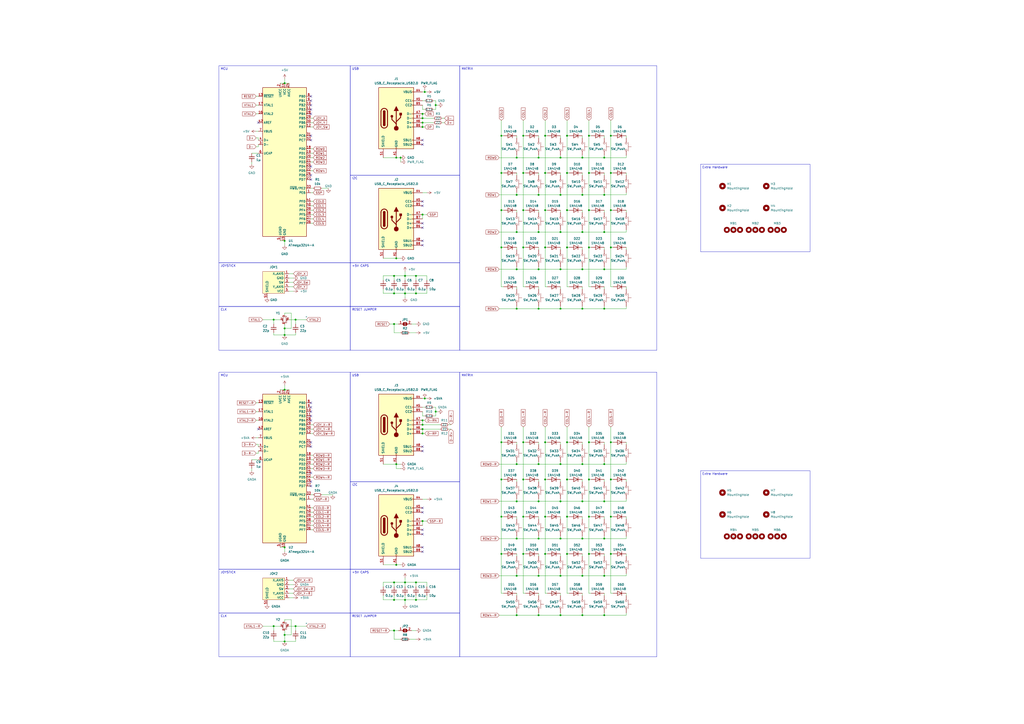
<source format=kicad_sch>
(kicad_sch (version 20230121) (generator eeschema)
  (paper "A2")
  (title_block (title "Undead Split") (date "2023-09-16") (rev "2") (company "UndeadLeech"))
  (junction (at 303.53 143.51))
  (junction (at 325.12 91.44))
  (junction (at 312.42 134.62))
  (junction (at 234.95 347.98))
  (junction (at 312.42 356.87))
  (junction (at 325.12 334.01))
  (junction (at 354.33 121.92))
  (junction (at 325.12 134.62))
  (junction (at 350.52 312.42))
  (junction (at 303.53 121.92))
  (junction (at 337.82 334.01))
  (junction (at 245.11 71.12))
  (junction (at 312.42 312.42))
  (junction (at 299.72 269.24))
  (junction (at 234.95 160.02))
  (junction (at 228.6 347.98))
  (junction (at 290.83 278.13))
  (junction (at 312.42 179.07))
  (junction (at 350.52 269.24))
  (junction (at 316.23 143.51))
  (junction (at 245.11 66.04))
  (junction (at 299.72 91.44))
  (junction (at 325.12 356.87))
  (junction (at 158.75 363.22))
  (junction (at 350.52 113.03))
  (junction (at 171.45 363.22))
  (junction (at 350.52 91.44))
  (junction (at 325.12 156.21))
  (junction (at 316.23 121.92))
  (junction (at 316.23 100.33))
  (junction (at 252.73 238.76))
  (junction (at 290.83 78.74))
  (junction (at 316.23 256.54))
  (junction (at 303.53 256.54))
  (junction (at 312.42 269.24))
  (junction (at 312.42 290.83))
  (junction (at 299.72 156.21))
  (junction (at 290.83 256.54))
  (junction (at 246.38 231.14))
  (junction (at 245.11 302.26))
  (junction (at 232.41 91.44))
  (junction (at 299.72 179.07))
  (junction (at 328.93 143.51))
  (junction (at 350.52 156.21))
  (junction (at 303.53 78.74))
  (junction (at 312.42 334.01))
  (junction (at 241.3 170.18))
  (junction (at 341.63 321.31))
  (junction (at 325.12 113.03))
  (junction (at 337.82 91.44))
  (junction (at 252.73 60.96))
  (junction (at 299.72 356.87))
  (junction (at 241.3 160.02))
  (junction (at 165.1 317.5))
  (junction (at 299.72 334.01))
  (junction (at 325.12 312.42))
  (junction (at 165.1 139.7))
  (junction (at 299.72 290.83))
  (junction (at 228.6 365.76))
  (junction (at 299.72 113.03))
  (junction (at 354.33 256.54))
  (junction (at 328.93 100.33))
  (junction (at 337.82 356.87))
  (junction (at 290.83 299.72))
  (junction (at 337.82 290.83))
  (junction (at 325.12 179.07))
  (junction (at 354.33 278.13))
  (junction (at 328.93 299.72))
  (junction (at 337.82 113.03))
  (junction (at 316.23 78.74))
  (junction (at 234.95 337.82))
  (junction (at 303.53 299.72))
  (junction (at 354.33 143.51))
  (junction (at 290.83 100.33))
  (junction (at 350.52 134.62))
  (junction (at 354.33 299.72))
  (junction (at 303.53 321.31))
  (junction (at 229.87 327.66))
  (junction (at 354.33 321.31))
  (junction (at 325.12 269.24))
  (junction (at 350.52 290.83))
  (junction (at 241.3 347.98))
  (junction (at 228.6 337.82))
  (junction (at 316.23 299.72))
  (junction (at 316.23 321.31))
  (junction (at 337.82 134.62))
  (junction (at 165.1 194.31))
  (junction (at 328.93 78.74))
  (junction (at 246.38 53.34))
  (junction (at 165.1 48.26))
  (junction (at 245.11 248.92))
  (junction (at 337.82 312.42))
  (junction (at 234.95 170.18))
  (junction (at 245.11 251.46))
  (junction (at 171.45 185.42))
  (junction (at 229.87 91.44))
  (junction (at 290.83 121.92))
  (junction (at 165.1 372.11))
  (junction (at 354.33 78.74))
  (junction (at 350.52 179.07))
  (junction (at 290.83 143.51))
  (junction (at 337.82 269.24))
  (junction (at 245.11 124.46))
  (junction (at 229.87 269.24))
  (junction (at 245.11 246.38))
  (junction (at 312.42 113.03))
  (junction (at 228.6 160.02))
  (junction (at 341.63 121.92))
  (junction (at 303.53 100.33))
  (junction (at 245.11 73.66))
  (junction (at 316.23 278.13))
  (junction (at 165.1 368.3))
  (junction (at 299.72 312.42))
  (junction (at 245.11 68.58))
  (junction (at 290.83 321.31))
  (junction (at 341.63 78.74))
  (junction (at 328.93 256.54))
  (junction (at 303.53 278.13))
  (junction (at 165.1 190.5))
  (junction (at 341.63 278.13))
  (junction (at 328.93 278.13))
  (junction (at 350.52 334.01))
  (junction (at 165.1 226.06))
  (junction (at 228.6 170.18))
  (junction (at 341.63 100.33))
  (junction (at 312.42 156.21))
  (junction (at 354.33 100.33))
  (junction (at 328.93 321.31))
  (junction (at 337.82 156.21))
  (junction (at 341.63 143.51))
  (junction (at 299.72 134.62))
  (junction (at 341.63 299.72))
  (junction (at 312.42 91.44))
  (junction (at 228.6 187.96))
  (junction (at 328.93 121.92))
  (junction (at 341.63 256.54))
  (junction (at 229.87 149.86))
  (junction (at 337.82 179.07))
  (junction (at 325.12 290.83))
  (junction (at 350.52 356.87))
  (junction (at 241.3 337.82))
  (junction (at 158.75 185.42))
  (junction (at 245.11 243.84))
  (no_connect (at 245.11 119.38))
  (no_connect (at 245.11 307.34))
  (no_connect (at 180.34 233.68))
  (no_connect (at 245.11 129.54))
  (no_connect (at 245.11 139.7))
  (no_connect (at 245.11 81.28))
  (no_connect (at 245.11 294.64))
  (no_connect (at 180.34 243.84))
  (no_connect (at 245.11 261.62))
  (no_connect (at 180.34 104.14))
  (no_connect (at 245.11 320.04))
  (no_connect (at 149.86 248.92))
  (no_connect (at 180.34 63.5))
  (no_connect (at 245.11 132.08))
  (no_connect (at 180.34 259.08))
  (no_connect (at 180.34 60.96))
  (no_connect (at 180.34 96.52))
  (no_connect (at 180.34 256.54))
  (no_connect (at 245.11 259.08))
  (no_connect (at 180.34 279.4))
  (no_connect (at 180.34 55.88))
  (no_connect (at 245.11 116.84))
  (no_connect (at 180.34 58.42))
  (no_connect (at 180.34 66.04))
  (no_connect (at 245.11 297.18))
  (no_connect (at 180.34 241.3))
  (no_connect (at 180.34 78.74))
  (no_connect (at 180.34 81.28))
  (no_connect (at 180.34 274.32))
  (no_connect (at 180.34 101.6))
  (no_connect (at 245.11 83.82))
  (no_connect (at 180.34 236.22))
  (no_connect (at 245.11 317.5))
  (no_connect (at 245.11 309.88))
  (no_connect (at 149.86 71.12))
  (no_connect (at 180.34 281.94))
  (no_connect (at 180.34 238.76))
  (no_connect (at 245.11 142.24))
  (wire (pts (xy 337.82 312.42) (xy 350.52 312.42)))
  (wire (pts (xy 354.33 143.51) (xy 355.6 143.51)))
  (wire (pts (xy 171.45 363.22) (xy 171.45 365.76)))
  (wire (pts (xy 222.25 167.64) (xy 222.25 170.18)))
  (wire (pts (xy 299.72 154.94) (xy 299.72 156.21)))
  (wire (pts (xy 299.72 156.21) (xy 312.42 156.21)))
  (wire (pts (xy 299.72 269.24) (xy 312.42 269.24)))
  (wire (pts (xy 303.53 121.92) (xy 303.53 143.51)))
  (wire (pts (xy 247.65 337.82) (xy 247.65 340.36)))
  (wire (pts (xy 167.64 363.22) (xy 171.45 363.22)))
  (wire (pts (xy 148.59 60.96) (xy 149.86 60.96)))
  (wire (pts (xy 328.93 166.37) (xy 330.2 166.37)))
  (wire (pts (xy 245.11 236.22) (xy 246.38 236.22)))
  (wire (pts (xy 341.63 166.37) (xy 342.9 166.37)))
  (wire (pts (xy 165.1 360.68) (xy 165.1 359.41)))
  (wire (pts (xy 312.42 78.74) (xy 312.42 80.01)))
  (wire (pts (xy 316.23 256.54) (xy 317.5 256.54)))
  (wire (pts (xy 171.45 372.11) (xy 165.1 372.11)))
  (wire (pts (xy 152.4 363.22) (xy 158.75 363.22)))
  (wire (pts (xy 325.12 134.62) (xy 337.82 134.62)))
  (wire (pts (xy 350.52 332.74) (xy 350.52 334.01)))
  (wire (pts (xy 299.72 332.74) (xy 299.72 334.01)))
  (wire (pts (xy 316.23 100.33) (xy 317.5 100.33)))
  (wire (pts (xy 260.35 246.38) (xy 261.62 246.38)))
  (wire (pts (xy 165.1 181.61) (xy 168.91 181.61)))
  (wire (pts (xy 180.34 287.02) (xy 181.61 287.02)))
  (wire (pts (xy 337.82 334.01) (xy 350.52 334.01)))
  (wire (pts (xy 354.33 143.51) (xy 354.33 166.37)))
  (wire (pts (xy 228.6 365.76) (xy 231.14 365.76)))
  (wire (pts (xy 299.72 133.35) (xy 299.72 134.62)))
  (wire (pts (xy 312.42 356.87) (xy 325.12 356.87)))
  (wire (pts (xy 337.82 143.51) (xy 337.82 144.78)))
  (wire (pts (xy 245.11 231.14) (xy 246.38 231.14)))
  (wire (pts (xy 312.42 179.07) (xy 325.12 179.07)))
  (wire (pts (xy 234.95 335.28) (xy 234.95 337.82)))
  (wire (pts (xy 325.12 100.33) (xy 325.12 101.6)))
  (wire (pts (xy 162.56 185.42) (xy 158.75 185.42)))
  (wire (pts (xy 328.93 278.13) (xy 328.93 299.72)))
  (wire (pts (xy 312.42 312.42) (xy 325.12 312.42)))
  (wire (pts (xy 341.63 321.31) (xy 341.63 344.17)))
  (wire (pts (xy 165.1 365.76) (xy 165.1 368.3)))
  (wire (pts (xy 180.34 91.44) (xy 181.61 91.44)))
  (wire (pts (xy 337.82 121.92) (xy 337.82 123.19)))
  (wire (pts (xy 290.83 256.54) (xy 290.83 278.13)))
  (wire (pts (xy 363.22 143.51) (xy 363.22 144.78)))
  (wire (pts (xy 256.54 68.58) (xy 257.81 68.58)))
  (wire (pts (xy 222.25 170.18) (xy 228.6 170.18)))
  (wire (pts (xy 337.82 177.8) (xy 337.82 179.07)))
  (wire (pts (xy 303.53 69.85) (xy 303.53 78.74)))
  (wire (pts (xy 241.3 347.98) (xy 247.65 347.98)))
  (wire (pts (xy 312.42 111.76) (xy 312.42 113.03)))
  (wire (pts (xy 289.56 290.83) (xy 299.72 290.83)))
  (wire (pts (xy 180.34 251.46) (xy 181.61 251.46)))
  (wire (pts (xy 354.33 78.74) (xy 354.33 100.33)))
  (wire (pts (xy 245.11 71.12) (xy 245.11 73.66)))
  (wire (pts (xy 228.6 160.02) (xy 234.95 160.02)))
  (wire (pts (xy 158.75 370.84) (xy 158.75 372.11)))
  (wire (pts (xy 312.42 90.17) (xy 312.42 91.44)))
  (wire (pts (xy 325.12 177.8) (xy 325.12 179.07)))
  (wire (pts (xy 247.65 160.02) (xy 247.65 162.56)))
  (wire (pts (xy 158.75 193.04) (xy 158.75 194.31)))
  (wire (pts (xy 350.52 269.24) (xy 363.22 269.24)))
  (wire (pts (xy 328.93 256.54) (xy 328.93 278.13)))
  (wire (pts (xy 312.42 143.51) (xy 312.42 144.78)))
  (wire (pts (xy 341.63 299.72) (xy 341.63 321.31)))
  (wire (pts (xy 241.3 337.82) (xy 247.65 337.82)))
  (wire (pts (xy 341.63 256.54) (xy 342.9 256.54)))
  (wire (pts (xy 363.22 344.17) (xy 363.22 345.44)))
  (wire (pts (xy 299.72 90.17) (xy 299.72 91.44)))
  (wire (pts (xy 290.83 278.13) (xy 292.1 278.13)))
  (wire (pts (xy 177.8 185.42) (xy 171.45 185.42)))
  (wire (pts (xy 252.73 63.5) (xy 252.73 60.96)))
  (wire (pts (xy 325.12 334.01) (xy 337.82 334.01)))
  (wire (pts (xy 299.72 344.17) (xy 299.72 345.44)))
  (wire (pts (xy 325.12 156.21) (xy 337.82 156.21)))
  (wire (pts (xy 350.52 111.76) (xy 350.52 113.03)))
  (wire (pts (xy 354.33 278.13) (xy 355.6 278.13)))
  (wire (pts (xy 245.11 246.38) (xy 255.27 246.38)))
  (wire (pts (xy 246.38 231.14) (xy 247.65 231.14)))
  (wire (pts (xy 180.34 116.84) (xy 181.61 116.84)))
  (wire (pts (xy 337.82 91.44) (xy 350.52 91.44)))
  (wire (pts (xy 252.73 236.22) (xy 252.73 238.76)))
  (wire (pts (xy 363.22 111.76) (xy 363.22 113.03)))
  (wire (pts (xy 251.46 241.3) (xy 252.73 241.3)))
  (wire (pts (xy 246.38 53.34) (xy 247.65 53.34)))
  (wire (pts (xy 312.42 355.6) (xy 312.42 356.87)))
  (wire (pts (xy 228.6 347.98) (xy 234.95 347.98)))
  (wire (pts (xy 325.12 278.13) (xy 325.12 279.4)))
  (wire (pts (xy 290.83 166.37) (xy 292.1 166.37)))
  (wire (pts (xy 289.56 179.07) (xy 299.72 179.07)))
  (wire (pts (xy 180.34 129.54) (xy 181.61 129.54)))
  (wire (pts (xy 162.56 48.26) (xy 165.1 48.26)))
  (wire (pts (xy 316.23 166.37) (xy 317.5 166.37)))
  (wire (pts (xy 228.6 345.44) (xy 228.6 347.98)))
  (wire (pts (xy 337.82 344.17) (xy 337.82 345.44)))
  (wire (pts (xy 312.42 100.33) (xy 312.42 101.6)))
  (wire (pts (xy 328.93 247.65) (xy 328.93 256.54)))
  (wire (pts (xy 290.83 321.31) (xy 290.83 344.17)))
  (wire (pts (xy 316.23 278.13) (xy 317.5 278.13)))
  (wire (pts (xy 328.93 299.72) (xy 328.93 321.31)))
  (wire (pts (xy 316.23 121.92) (xy 316.23 143.51)))
  (wire (pts (xy 337.82 256.54) (xy 337.82 257.81)))
  (wire (pts (xy 312.42 156.21) (xy 325.12 156.21)))
  (wire (pts (xy 299.72 111.76) (xy 299.72 113.03)))
  (wire (pts (xy 363.22 133.35) (xy 363.22 134.62)))
  (wire (pts (xy 303.53 321.31) (xy 304.8 321.31)))
  (wire (pts (xy 289.56 312.42) (xy 299.72 312.42)))
  (wire (pts (xy 341.63 121.92) (xy 342.9 121.92)))
  (wire (pts (xy 341.63 143.51) (xy 341.63 166.37)))
  (wire (pts (xy 350.52 90.17) (xy 350.52 91.44)))
  (wire (pts (xy 325.12 154.94) (xy 325.12 156.21)))
  (wire (pts (xy 312.42 332.74) (xy 312.42 334.01)))
  (wire (pts (xy 234.95 160.02) (xy 234.95 162.56)))
  (wire (pts (xy 328.93 121.92) (xy 328.93 143.51)))
  (wire (pts (xy 325.12 90.17) (xy 325.12 91.44)))
  (wire (pts (xy 238.76 187.96) (xy 241.3 187.96)))
  (wire (pts (xy 290.83 143.51) (xy 292.1 143.51)))
  (wire (pts (xy 354.33 321.31) (xy 355.6 321.31)))
  (wire (pts (xy 299.72 355.6) (xy 299.72 356.87)))
  (wire (pts (xy 245.11 241.3) (xy 246.38 241.3)))
  (wire (pts (xy 350.52 267.97) (xy 350.52 269.24)))
  (wire (pts (xy 180.34 109.22) (xy 181.61 109.22)))
  (wire (pts (xy 303.53 278.13) (xy 303.53 299.72)))
  (wire (pts (xy 363.22 78.74) (xy 363.22 80.01)))
  (wire (pts (xy 245.11 73.66) (xy 246.38 73.66)))
  (wire (pts (xy 354.33 100.33) (xy 355.6 100.33)))
  (wire (pts (xy 312.42 154.94) (xy 312.42 156.21)))
  (wire (pts (xy 180.34 73.66) (xy 181.61 73.66)))
  (wire (pts (xy 354.33 256.54) (xy 355.6 256.54)))
  (wire (pts (xy 363.22 289.56) (xy 363.22 290.83)))
  (wire (pts (xy 325.12 78.74) (xy 325.12 80.01)))
  (wire (pts (xy 245.11 63.5) (xy 245.11 60.96)))
  (wire (pts (xy 229.87 327.66) (xy 232.41 327.66)))
  (wire (pts (xy 299.72 121.92) (xy 299.72 123.19)))
  (wire (pts (xy 228.6 160.02) (xy 228.6 162.56)))
  (wire (pts (xy 290.83 278.13) (xy 290.83 299.72)))
  (wire (pts (xy 312.42 321.31) (xy 312.42 322.58)))
  (wire (pts (xy 228.6 167.64) (xy 228.6 170.18)))
  (wire (pts (xy 162.56 226.06) (xy 165.1 226.06)))
  (wire (pts (xy 260.35 248.92) (xy 261.62 248.92)))
  (wire (pts (xy 245.11 302.26) (xy 245.11 304.8)))
  (wire (pts (xy 222.25 91.44) (xy 229.87 91.44)))
  (wire (pts (xy 241.3 345.44) (xy 241.3 347.98)))
  (wire (pts (xy 316.23 143.51) (xy 316.23 166.37)))
  (wire (pts (xy 354.33 247.65) (xy 354.33 256.54)))
  (wire (pts (xy 148.59 85.09) (xy 149.86 85.09)))
  (wire (pts (xy 229.87 91.44) (xy 232.41 91.44)))
  (wire (pts (xy 303.53 256.54) (xy 304.8 256.54)))
  (wire (pts (xy 146.05 93.98) (xy 146.05 95.25)))
  (wire (pts (xy 299.72 78.74) (xy 299.72 80.01)))
  (wire (pts (xy 328.93 321.31) (xy 328.93 344.17)))
  (wire (pts (xy 251.46 63.5) (xy 252.73 63.5)))
  (wire (pts (xy 316.23 321.31) (xy 316.23 344.17)))
  (wire (pts (xy 341.63 321.31) (xy 342.9 321.31)))
  (wire (pts (xy 180.34 248.92) (xy 181.61 248.92)))
  (wire (pts (xy 180.34 93.98) (xy 181.61 93.98)))
  (wire (pts (xy 328.93 321.31) (xy 330.2 321.31)))
  (wire (pts (xy 337.82 166.37) (xy 337.82 167.64)))
  (wire (pts (xy 312.42 121.92) (xy 312.42 123.19)))
  (wire (pts (xy 222.25 327.66) (xy 229.87 327.66)))
  (wire (pts (xy 171.45 185.42) (xy 171.45 187.96)))
  (wire (pts (xy 290.83 100.33) (xy 290.83 121.92)))
  (wire (pts (xy 299.72 166.37) (xy 299.72 167.64)))
  (wire (pts (xy 180.34 246.38) (xy 181.61 246.38)))
  (wire (pts (xy 337.82 290.83) (xy 350.52 290.83)))
  (wire (pts (xy 363.22 90.17) (xy 363.22 91.44)))
  (wire (pts (xy 245.11 289.56) (xy 247.65 289.56)))
  (wire (pts (xy 148.59 243.84) (xy 149.86 243.84)))
  (wire (pts (xy 167.64 158.75) (xy 170.18 158.75)))
  (wire (pts (xy 325.12 143.51) (xy 325.12 144.78)))
  (wire (pts (xy 354.33 321.31) (xy 354.33 344.17)))
  (wire (pts (xy 328.93 299.72) (xy 330.2 299.72)))
  (wire (pts (xy 245.11 63.5) (xy 246.38 63.5)))
  (wire (pts (xy 289.56 269.24) (xy 299.72 269.24)))
  (wire (pts (xy 222.25 345.44) (xy 222.25 347.98)))
  (wire (pts (xy 222.25 337.82) (xy 228.6 337.82)))
  (wire (pts (xy 325.12 321.31) (xy 325.12 322.58)))
  (wire (pts (xy 316.23 299.72) (xy 317.5 299.72)))
  (wire (pts (xy 171.45 194.31) (xy 165.1 194.31)))
  (wire (pts (xy 312.42 334.01) (xy 325.12 334.01)))
  (wire (pts (xy 162.56 317.5) (xy 165.1 317.5)))
  (wire (pts (xy 245.11 71.12) (xy 251.46 71.12)))
  (wire (pts (xy 328.93 256.54) (xy 330.2 256.54)))
  (wire (pts (xy 148.59 238.76) (xy 149.86 238.76)))
  (wire (pts (xy 303.53 278.13) (xy 304.8 278.13)))
  (wire (pts (xy 152.4 185.42) (xy 158.75 185.42)))
  (wire (pts (xy 299.72 177.8) (xy 299.72 179.07)))
  (wire (pts (xy 167.64 163.83) (xy 170.18 163.83)))
  (wire (pts (xy 290.83 100.33) (xy 292.1 100.33)))
  (wire (pts (xy 237.49 370.84) (xy 241.3 370.84)))
  (wire (pts (xy 289.56 334.01) (xy 299.72 334.01)))
  (wire (pts (xy 245.11 58.42) (xy 246.38 58.42)))
  (wire (pts (xy 299.72 100.33) (xy 299.72 101.6)))
  (wire (pts (xy 289.56 134.62) (xy 299.72 134.62)))
  (wire (pts (xy 162.56 363.22) (xy 158.75 363.22)))
  (wire (pts (xy 363.22 299.72) (xy 363.22 300.99)))
  (wire (pts (xy 312.42 299.72) (xy 312.42 300.99)))
  (wire (pts (xy 165.1 359.41) (xy 168.91 359.41)))
  (wire (pts (xy 328.93 78.74) (xy 328.93 100.33)))
  (wire (pts (xy 337.82 321.31) (xy 337.82 322.58)))
  (wire (pts (xy 228.6 193.04) (xy 232.41 193.04)))
  (wire (pts (xy 316.23 278.13) (xy 316.23 299.72)))
  (wire (pts (xy 180.34 111.76) (xy 181.61 111.76)))
  (wire (pts (xy 325.12 312.42) (xy 337.82 312.42)))
  (wire (pts (xy 180.34 266.7) (xy 181.61 266.7)))
  (wire (pts (xy 222.25 340.36) (xy 222.25 337.82)))
  (wire (pts (xy 162.56 139.7) (xy 165.1 139.7)))
  (wire (pts (xy 241.3 160.02) (xy 247.65 160.02)))
  (wire (pts (xy 337.82 133.35) (xy 337.82 134.62)))
  (wire (pts (xy 146.05 266.7) (xy 149.86 266.7)))
  (wire (pts (xy 299.72 91.44) (xy 312.42 91.44)))
  (wire (pts (xy 325.12 166.37) (xy 325.12 167.64)))
  (wire (pts (xy 245.11 66.04) (xy 245.11 68.58)))
  (wire (pts (xy 290.83 344.17) (xy 292.1 344.17)))
  (wire (pts (xy 341.63 100.33) (xy 341.63 121.92)))
  (wire (pts (xy 328.93 100.33) (xy 330.2 100.33)))
  (wire (pts (xy 363.22 154.94) (xy 363.22 156.21)))
  (wire (pts (xy 337.82 134.62) (xy 350.52 134.62)))
  (wire (pts (xy 180.34 124.46) (xy 181.61 124.46)))
  (wire (pts (xy 229.87 269.24) (xy 229.87 271.78)))
  (wire (pts (xy 241.3 170.18) (xy 247.65 170.18)))
  (wire (pts (xy 228.6 193.04) (xy 228.6 187.96)))
  (wire (pts (xy 167.64 336.55) (xy 170.18 336.55)))
  (wire (pts (xy 168.91 181.61) (xy 168.91 190.5)))
  (wire (pts (xy 363.22 166.37) (xy 363.22 167.64)))
  (wire (pts (xy 290.83 78.74) (xy 292.1 78.74)))
  (wire (pts (xy 350.52 143.51) (xy 350.52 144.78)))
  (wire (pts (xy 229.87 149.86) (xy 232.41 149.86)))
  (wire (pts (xy 148.59 254) (xy 149.86 254)))
  (wire (pts (xy 354.33 69.85) (xy 354.33 78.74)))
  (wire (pts (xy 303.53 100.33) (xy 303.53 121.92)))
  (wire (pts (xy 299.72 311.15) (xy 299.72 312.42)))
  (wire (pts (xy 312.42 91.44) (xy 325.12 91.44)))
  (wire (pts (xy 229.87 269.24) (xy 232.41 269.24)))
  (wire (pts (xy 363.22 321.31) (xy 363.22 322.58)))
  (wire (pts (xy 341.63 78.74) (xy 341.63 100.33)))
  (wire (pts (xy 316.23 344.17) (xy 317.5 344.17)))
  (wire (pts (xy 165.1 139.7) (xy 165.1 142.24)))
  (wire (pts (xy 341.63 78.74) (xy 342.9 78.74)))
  (wire (pts (xy 180.34 68.58) (xy 181.61 68.58)))
  (wire (pts (xy 350.52 290.83) (xy 363.22 290.83)))
  (wire (pts (xy 325.12 113.03) (xy 337.82 113.03)))
  (wire (pts (xy 246.38 52.07) (xy 246.38 53.34)))
  (wire (pts (xy 234.95 170.18) (xy 234.95 172.72)))
  (wire (pts (xy 290.83 69.85) (xy 290.83 78.74)))
  (wire (pts (xy 316.23 247.65) (xy 316.23 256.54)))
  (wire (pts (xy 350.52 133.35) (xy 350.52 134.62)))
  (wire (pts (xy 245.11 302.26) (xy 247.65 302.26)))
  (wire (pts (xy 148.59 257.81) (xy 149.86 257.81)))
  (wire (pts (xy 325.12 344.17) (xy 325.12 345.44)))
  (wire (pts (xy 337.82 154.94) (xy 337.82 156.21)))
  (wire (pts (xy 363.22 332.74) (xy 363.22 334.01)))
  (wire (pts (xy 149.86 85.09) (xy 149.86 83.82)))
  (wire (pts (xy 303.53 247.65) (xy 303.53 256.54)))
  (wire (pts (xy 350.52 356.87) (xy 363.22 356.87)))
  (wire (pts (xy 180.34 271.78) (xy 181.61 271.78)))
  (wire (pts (xy 180.34 88.9) (xy 181.61 88.9)))
  (wire (pts (xy 148.59 66.04) (xy 149.86 66.04)))
  (wire (pts (xy 316.23 299.72) (xy 316.23 321.31)))
  (wire (pts (xy 303.53 121.92) (xy 304.8 121.92)))
  (wire (pts (xy 234.95 345.44) (xy 234.95 347.98)))
  (wire (pts (xy 180.34 127) (xy 181.61 127)))
  (wire (pts (xy 245.11 53.34) (xy 246.38 53.34)))
  (wire (pts (xy 299.72 334.01) (xy 312.42 334.01)))
  (wire (pts (xy 325.12 299.72) (xy 325.12 300.99)))
  (wire (pts (xy 245.11 241.3) (xy 245.11 238.76)))
  (wire (pts (xy 167.64 344.17) (xy 170.18 344.17)))
  (wire (pts (xy 290.83 247.65) (xy 290.83 256.54)))
  (wire (pts (xy 165.1 317.5) (xy 165.1 320.04)))
  (wire (pts (xy 325.12 290.83) (xy 337.82 290.83)))
  (wire (pts (xy 341.63 121.92) (xy 341.63 143.51)))
  (wire (pts (xy 245.11 66.04) (xy 246.38 66.04)))
  (wire (pts (xy 289.56 91.44) (xy 299.72 91.44)))
  (wire (pts (xy 254 238.76) (xy 252.73 238.76)))
  (wire (pts (xy 328.93 121.92) (xy 330.2 121.92)))
  (wire (pts (xy 303.53 143.51) (xy 303.53 166.37)))
  (wire (pts (xy 167.64 161.29) (xy 170.18 161.29)))
  (wire (pts (xy 350.52 334.01) (xy 363.22 334.01)))
  (wire (pts (xy 363.22 267.97) (xy 363.22 269.24)))
  (wire (pts (xy 290.83 299.72) (xy 290.83 321.31)))
  (wire (pts (xy 328.93 143.51) (xy 328.93 166.37)))
  (wire (pts (xy 186.69 109.22) (xy 190.5 109.22)))
  (wire (pts (xy 251.46 58.42) (xy 252.73 58.42)))
  (wire (pts (xy 350.52 113.03) (xy 363.22 113.03)))
  (wire (pts (xy 341.63 143.51) (xy 342.9 143.51)))
  (wire (pts (xy 245.11 248.92) (xy 255.27 248.92)))
  (wire (pts (xy 228.6 337.82) (xy 234.95 337.82)))
  (wire (pts (xy 354.33 78.74) (xy 355.6 78.74)))
  (wire (pts (xy 312.42 133.35) (xy 312.42 134.62)))
  (wire (pts (xy 354.33 100.33) (xy 354.33 121.92)))
  (wire (pts (xy 247.65 345.44) (xy 247.65 347.98)))
  (wire (pts (xy 252.73 241.3) (xy 252.73 238.76)))
  (wire (pts (xy 350.52 134.62) (xy 363.22 134.62)))
  (wire (pts (xy 328.93 69.85) (xy 328.93 78.74)))
  (wire (pts (xy 316.23 100.33) (xy 316.23 121.92)))
  (wire (pts (xy 180.34 297.18) (xy 181.61 297.18)))
  (wire (pts (xy 290.83 321.31) (xy 292.1 321.31)))
  (wire (pts (xy 325.12 311.15) (xy 325.12 312.42)))
  (wire (pts (xy 290.83 256.54) (xy 292.1 256.54)))
  (wire (pts (xy 148.59 76.2) (xy 149.86 76.2)))
  (wire (pts (xy 325.12 269.24) (xy 337.82 269.24)))
  (wire (pts (xy 350.52 177.8) (xy 350.52 179.07)))
  (wire (pts (xy 312.42 267.97) (xy 312.42 269.24)))
  (wire (pts (xy 290.83 121.92) (xy 290.83 143.51)))
  (wire (pts (xy 171.45 370.84) (xy 171.45 372.11)))
  (wire (pts (xy 325.12 179.07) (xy 337.82 179.07)))
  (wire (pts (xy 180.34 299.72) (xy 181.61 299.72)))
  (wire (pts (xy 350.52 289.56) (xy 350.52 290.83)))
  (wire (pts (xy 337.82 156.21) (xy 350.52 156.21)))
  (wire (pts (xy 226.06 187.96) (xy 228.6 187.96)))
  (wire (pts (xy 168.91 359.41) (xy 168.91 368.3)))
  (wire (pts (xy 228.6 170.18) (xy 234.95 170.18)))
  (wire (pts (xy 234.95 160.02) (xy 241.3 160.02)))
  (wire (pts (xy 245.11 243.84) (xy 246.38 243.84)))
  (wire (pts (xy 316.23 69.85) (xy 316.23 78.74)))
  (wire (pts (xy 180.34 307.34) (xy 181.61 307.34)))
  (wire (pts (xy 303.53 321.31) (xy 303.53 344.17)))
  (wire (pts (xy 177.8 363.22) (xy 171.45 363.22)))
  (wire (pts (xy 312.42 311.15) (xy 312.42 312.42)))
  (wire (pts (xy 299.72 179.07) (xy 312.42 179.07)))
  (wire (pts (xy 337.82 100.33) (xy 337.82 101.6)))
  (wire (pts (xy 299.72 256.54) (xy 299.72 257.81)))
  (wire (pts (xy 350.52 311.15) (xy 350.52 312.42)))
  (wire (pts (xy 325.12 355.6) (xy 325.12 356.87)))
  (wire (pts (xy 299.72 321.31) (xy 299.72 322.58)))
  (wire (pts (xy 299.72 113.03) (xy 312.42 113.03)))
  (wire (pts (xy 341.63 256.54) (xy 341.63 278.13)))
  (wire (pts (xy 303.53 299.72) (xy 303.53 321.31)))
  (wire (pts (xy 148.59 233.68) (xy 149.86 233.68)))
  (wire (pts (xy 234.95 347.98) (xy 234.95 350.52)))
  (wire (pts (xy 290.83 121.92) (xy 292.1 121.92)))
  (wire (pts (xy 289.56 356.87) (xy 299.72 356.87)))
  (wire (pts (xy 350.52 166.37) (xy 350.52 167.64)))
  (wire (pts (xy 303.53 166.37) (xy 304.8 166.37)))
  (wire (pts (xy 363.22 311.15) (xy 363.22 312.42)))
  (wire (pts (xy 354.33 256.54) (xy 354.33 278.13)))
  (wire (pts (xy 325.12 289.56) (xy 325.12 290.83)))
  (wire (pts (xy 337.82 267.97) (xy 337.82 269.24)))
  (wire (pts (xy 158.75 363.22) (xy 158.75 365.76)))
  (wire (pts (xy 316.23 321.31) (xy 317.5 321.31)))
  (wire (pts (xy 148.59 262.89) (xy 149.86 262.89)))
  (wire (pts (xy 337.82 90.17) (xy 337.82 91.44)))
  (wire (pts (xy 316.23 78.74) (xy 317.5 78.74)))
  (wire (pts (xy 350.52 156.21) (xy 363.22 156.21)))
  (wire (pts (xy 180.34 99.06) (xy 181.61 99.06)))
  (wire (pts (xy 146.05 88.9) (xy 149.86 88.9)))
  (wire (pts (xy 363.22 256.54) (xy 363.22 257.81)))
  (wire (pts (xy 299.72 267.97) (xy 299.72 269.24)))
  (wire (pts (xy 354.33 299.72) (xy 355.6 299.72)))
  (wire (pts (xy 180.34 302.26) (xy 181.61 302.26)))
  (wire (pts (xy 180.34 276.86) (xy 181.61 276.86)))
  (wire (pts (xy 148.59 80.01) (xy 149.86 80.01)))
  (wire (pts (xy 290.83 143.51) (xy 290.83 166.37)))
  (wire (pts (xy 341.63 299.72) (xy 342.9 299.72)))
  (wire (pts (xy 354.33 121.92) (xy 355.6 121.92)))
  (wire (pts (xy 238.76 365.76) (xy 241.3 365.76)))
  (wire (pts (xy 350.52 299.72) (xy 350.52 300.99)))
  (wire (pts (xy 148.59 55.88) (xy 149.86 55.88)))
  (wire (pts (xy 299.72 278.13) (xy 299.72 279.4)))
  (wire (pts (xy 303.53 78.74) (xy 303.53 100.33)))
  (wire (pts (xy 241.3 337.82) (xy 241.3 340.36)))
  (wire (pts (xy 180.34 86.36) (xy 181.61 86.36)))
  (wire (pts (xy 350.52 100.33) (xy 350.52 101.6)))
  (wire (pts (xy 325.12 111.76) (xy 325.12 113.03)))
  (wire (pts (xy 180.34 71.12) (xy 181.61 71.12)))
  (wire (pts (xy 350.52 179.07) (xy 363.22 179.07)))
  (wire (pts (xy 328.93 100.33) (xy 328.93 121.92)))
  (wire (pts (xy 316.23 256.54) (xy 316.23 278.13)))
  (wire (pts (xy 325.12 267.97) (xy 325.12 269.24)))
  (wire (pts (xy 350.52 91.44) (xy 363.22 91.44)))
  (wire (pts (xy 363.22 177.8) (xy 363.22 179.07)))
  (wire (pts (xy 337.82 111.76) (xy 337.82 113.03)))
  (wire (pts (xy 228.6 187.96) (xy 231.14 187.96)))
  (wire (pts (xy 228.6 337.82) (xy 228.6 340.36)))
  (wire (pts (xy 337.82 356.87) (xy 350.52 356.87)))
  (wire (pts (xy 312.42 177.8) (xy 312.42 179.07)))
  (wire (pts (xy 328.93 78.74) (xy 330.2 78.74)))
  (wire (pts (xy 325.12 121.92) (xy 325.12 123.19)))
  (wire (pts (xy 354.33 166.37) (xy 355.6 166.37)))
  (wire (pts (xy 312.42 256.54) (xy 312.42 257.81)))
  (wire (pts (xy 328.93 344.17) (xy 330.2 344.17)))
  (wire (pts (xy 234.95 157.48) (xy 234.95 160.02)))
  (wire (pts (xy 312.42 269.24) (xy 325.12 269.24)))
  (wire (pts (xy 363.22 355.6) (xy 363.22 356.87)))
  (wire (pts (xy 350.52 344.17) (xy 350.52 345.44)))
  (wire (pts (xy 312.42 344.17) (xy 312.42 345.44)))
  (wire (pts (xy 165.1 226.06) (xy 167.64 226.06)))
  (wire (pts (xy 222.25 162.56) (xy 222.25 160.02)))
  (wire (pts (xy 354.33 121.92) (xy 354.33 143.51)))
  (wire (pts (xy 167.64 339.09) (xy 170.18 339.09)))
  (wire (pts (xy 180.34 294.64) (xy 181.61 294.64)))
  (wire (pts (xy 328.93 278.13) (xy 330.2 278.13)))
  (wire (pts (xy 234.95 347.98) (xy 241.3 347.98)))
  (wire (pts (xy 316.23 78.74) (xy 316.23 100.33)))
  (wire (pts (xy 256.54 71.12) (xy 257.81 71.12)))
  (wire (pts (xy 363.22 121.92) (xy 363.22 123.19)))
  (wire (pts (xy 299.72 356.87) (xy 312.42 356.87)))
  (wire (pts (xy 337.82 299.72) (xy 337.82 300.99)))
  (wire (pts (xy 312.42 113.03) (xy 325.12 113.03)))
  (wire (pts (xy 245.11 248.92) (xy 245.11 251.46)))
  (wire (pts (xy 337.82 78.74) (xy 337.82 80.01)))
  (wire (pts (xy 158.75 372.11) (xy 165.1 372.11)))
  (wire (pts (xy 341.63 278.13) (xy 341.63 299.72)))
  (wire (pts (xy 289.56 113.03) (xy 299.72 113.03)))
  (wire (pts (xy 146.05 271.78) (xy 146.05 273.05)))
  (wire (pts (xy 337.82 269.24) (xy 350.52 269.24)))
  (wire (pts (xy 303.53 143.51) (xy 304.8 143.51)))
  (wire (pts (xy 222.25 160.02) (xy 228.6 160.02)))
  (wire (pts (xy 180.34 121.92) (xy 181.61 121.92)))
  (wire (pts (xy 303.53 299.72) (xy 304.8 299.72)))
  (wire (pts (xy 316.23 143.51) (xy 317.5 143.51)))
  (wire (pts (xy 299.72 290.83) (xy 312.42 290.83)))
  (wire (pts (xy 354.33 278.13) (xy 354.33 299.72)))
  (wire (pts (xy 228.6 370.84) (xy 232.41 370.84)))
  (wire (pts (xy 350.52 355.6) (xy 350.52 356.87)))
  (wire (pts (xy 180.34 304.8) (xy 181.61 304.8)))
  (wire (pts (xy 222.25 149.86) (xy 229.87 149.86)))
  (wire (pts (xy 350.52 154.94) (xy 350.52 156.21)))
  (wire (pts (xy 245.11 111.76) (xy 247.65 111.76)))
  (wire (pts (xy 299.72 289.56) (xy 299.72 290.83)))
  (wire (pts (xy 299.72 299.72) (xy 299.72 300.99)))
  (wire (pts (xy 158.75 194.31) (xy 165.1 194.31)))
  (wire (pts (xy 234.95 170.18) (xy 241.3 170.18)))
  (wire (pts (xy 180.34 289.56) (xy 181.61 289.56)))
  (wire (pts (xy 165.1 223.52) (xy 165.1 226.06)))
  (wire (pts (xy 149.86 80.01) (xy 149.86 81.28)))
  (wire (pts (xy 341.63 278.13) (xy 342.9 278.13)))
  (wire (pts (xy 316.23 121.92) (xy 317.5 121.92)))
  (wire (pts (xy 354.33 299.72) (xy 354.33 321.31)))
  (wire (pts (xy 226.06 365.76) (xy 228.6 365.76)))
  (wire (pts (xy 167.64 346.71) (xy 170.18 346.71)))
  (wire (pts (xy 289.56 156.21) (xy 299.72 156.21)))
  (wire (pts (xy 234.95 337.82) (xy 241.3 337.82)))
  (wire (pts (xy 312.42 289.56) (xy 312.42 290.83)))
  (wire (pts (xy 312.42 290.83) (xy 325.12 290.83)))
  (wire (pts (xy 245.11 68.58) (xy 251.46 68.58)))
  (wire (pts (xy 325.12 256.54) (xy 325.12 257.81)))
  (wire (pts (xy 350.52 121.92) (xy 350.52 123.19)))
  (wire (pts (xy 350.52 312.42) (xy 363.22 312.42)))
  (wire (pts (xy 337.82 179.07) (xy 350.52 179.07)))
  (wire (pts (xy 303.53 100.33) (xy 304.8 100.33)))
  (wire (pts (xy 165.1 187.96) (xy 165.1 190.5)))
  (wire (pts (xy 337.82 278.13) (xy 337.82 279.4)))
  (wire (pts (xy 186.69 287.02) (xy 193.04 287.02)))
  (wire (pts (xy 337.82 311.15) (xy 337.82 312.42)))
  (wire (pts (xy 299.72 312.42) (xy 312.42 312.42)))
  (wire (pts (xy 245.11 124.46) (xy 245.11 127)))
  (wire (pts (xy 167.64 341.63) (xy 170.18 341.63)))
  (wire (pts (xy 165.1 368.3) (xy 168.91 368.3)))
  (wire (pts (xy 337.82 355.6) (xy 337.82 356.87)))
  (wire (pts (xy 180.34 119.38) (xy 181.61 119.38)))
  (wire (pts (xy 312.42 278.13) (xy 312.42 279.4)))
  (wire (pts (xy 337.82 332.74) (xy 337.82 334.01)))
  (wire (pts (xy 165.1 190.5) (xy 168.91 190.5)))
  (wire (pts (xy 245.11 124.46) (xy 247.65 124.46)))
  (wire (pts (xy 234.95 337.82) (xy 234.95 340.36)))
  (wire (pts (xy 252.73 58.42) (xy 252.73 60.96)))
  (wire (pts (xy 290.83 78.74) (xy 290.83 100.33)))
  (wire (pts (xy 158.75 185.42) (xy 158.75 187.96)))
  (wire (pts (xy 167.64 185.42) (xy 171.45 185.42)))
  (wire (pts (xy 350.52 321.31) (xy 350.52 322.58)))
  (wire (pts (xy 149.86 257.81) (xy 149.86 259.08)))
  (wire (pts (xy 241.3 167.64) (xy 241.3 170.18)))
  (wire (pts (xy 325.12 356.87) (xy 337.82 356.87)))
  (wire (pts (xy 180.34 264.16) (xy 181.61 264.16)))
  (wire (pts (xy 167.64 168.91) (xy 170.18 168.91)))
  (wire (pts (xy 341.63 69.85) (xy 341.63 78.74)))
  (wire (pts (xy 165.1 45.72) (xy 165.1 48.26)))
  (wire (pts (xy 222.25 347.98) (xy 228.6 347.98)))
  (wire (pts (xy 363.22 278.13) (xy 363.22 279.4)))
  (wire (pts (xy 254 60.96) (xy 252.73 60.96)))
  (wire (pts (xy 180.34 269.24) (xy 181.61 269.24)))
  (wire (pts (xy 328.93 143.51) (xy 330.2 143.51)))
  (wire (pts (xy 325.12 91.44) (xy 337.82 91.44)))
  (wire (pts (xy 312.42 134.62) (xy 325.12 134.62)))
  (wire (pts (xy 303.53 256.54) (xy 303.53 278.13)))
  (wire (pts (xy 247.65 167.64) (xy 247.65 170.18)))
  (wire (pts (xy 350.52 256.54) (xy 350.52 257.81)))
  (wire (pts (xy 341.63 100.33) (xy 342.9 100.33)))
  (wire (pts (xy 245.11 243.84) (xy 245.11 246.38)))
  (wire (pts (xy 312.42 166.37) (xy 312.42 167.64)))
  (wire (pts (xy 354.33 344.17) (xy 355.6 344.17)))
  (wire (pts (xy 165.1 190.5) (xy 165.1 194.31)))
  (wire (pts (xy 341.63 247.65) (xy 341.63 256.54)))
  (wire (pts (xy 325.12 133.35) (xy 325.12 134.62)))
  (wire (pts (xy 165.1 48.26) (xy 167.64 48.26)))
  (wire (pts (xy 337.82 289.56) (xy 337.82 290.83)))
  (wire (pts (xy 222.25 269.24) (xy 229.87 269.24)))
  (wire (pts (xy 325.12 332.74) (xy 325.12 334.01)))
  (wire (pts (xy 337.82 113.03) (xy 350.52 113.03)))
  (wire (pts (xy 241.3 160.02) (xy 241.3 162.56)))
  (wire (pts (xy 229.87 271.78) (xy 232.41 271.78)))
  (wire (pts (xy 149.86 262.89) (xy 149.86 261.62)))
  (wire (pts (xy 228.6 370.84) (xy 228.6 365.76)))
  (wire (pts (xy 171.45 193.04) (xy 171.45 194.31)))
  (wire (pts (xy 251.46 236.22) (xy 252.73 236.22)))
  (wire (pts (xy 245.11 251.46) (xy 246.38 251.46)))
  (wire (pts (xy 350.52 278.13) (xy 350.52 279.4)))
  (wire (pts (xy 303.53 344.17) (xy 304.8 344.17)))
  (wire (pts (xy 303.53 78.74) (xy 304.8 78.74)))
  (wire (pts (xy 290.83 299.72) (xy 292.1 299.72)))
  (wire (pts (xy 363.22 100.33) (xy 363.22 101.6)))
  (wire (pts (xy 167.64 166.37) (xy 170.18 166.37)))
  (wire (pts (xy 232.41 91.44) (xy 232.41 93.98)))
  (wire (pts (xy 350.52 78.74) (xy 350.52 80.01)))
  (wire (pts (xy 237.49 193.04) (xy 241.3 193.04)))
  (wire (pts (xy 341.63 344.17) (xy 342.9 344.17)))
  (wire (pts (xy 165.1 182.88) (xy 165.1 181.61)))
  (wire (pts (xy 299.72 143.51) (xy 299.72 144.78)))
  (wire (pts (xy 299.72 134.62) (xy 312.42 134.62)))
  (wire (pts (xy 234.95 167.64) (xy 234.95 170.18)))
  (wire (pts (xy 165.1 368.3) (xy 165.1 372.11)))
  (text_box "CLK" (at 127 177.8 0) (size 76.2 25.4) (effects (font (size 1.27 1.27)) (justify left top)))
  (text_box "Extra Hardware" (at 406.4 95.25 0) (size 63.5 50.8) (effects (font (size 1.27 1.27)) (justify left top)))
  (text_box "JOYSTICK" (at 127 152.4 0) (size 76.2 25.4) (effects (font (size 1.27 1.27)) (justify left top)))
  (text_box "MCU" (at 127 38.1 0) (size 76.2 114.3) (effects (font (size 1.27 1.27)) (justify left top)))
  (text_box "MATRIX" (at 266.7 215.9 0) (size 114.3 165.1) (effects (font (size 1.27 1.27)) (justify left top)))
  (text_box "CLK" (at 127 355.6 0) (size 76.2 25.4) (effects (font (size 1.27 1.27)) (justify left top)))
  (text_box "+5V CAPS" (at 203.2 152.4 0) (size 63.5 25.4) (effects (font (size 1.27 1.27)) (justify left top)))
  (text_box "MATRIX" (at 266.7 38.1 0) (size 114.3 165.1) (effects (font (size 1.27 1.27)) (justify left top)))
  (text_box "RESET JUMPER" (at 203.2 355.6 0) (size 63.5 25.4) (effects (font (size 1.27 1.27)) (justify left top)))
  (text_box "MCU" (at 127 215.9 0) (size 76.2 114.3) (effects (font (size 1.27 1.27)) (justify left top)))
  (text_box "RESET JUMPER" (at 203.2 177.8 0) (size 63.5 25.4) (effects (font (size 1.27 1.27)) (justify left top)))
  (text_box "I2C" (at 203.2 101.6 0) (size 63.5 50.8) (effects (font (size 1.27 1.27)) (justify left top)))
  (text_box "Extra Hardware" (at 406.4 273.05 0) (size 63.5 50.8) (effects (font (size 1.27 1.27)) (justify left top)))
  (text_box "+5V CAPS" (at 203.2 330.2 0) (size 63.5 25.4) (effects (font (size 1.27 1.27)) (justify left top)))
  (text_box "USB" (at 203.2 38.1 0) (size 63.5 63.5) (effects (font (size 1.27 1.27)) (justify left top)))
  (text_box "I2C" (at 203.2 279.4 0) (size 63.5 50.8) (effects (font (size 1.27 1.27)) (justify left top)))
  (text_box "USB" (at 203.2 215.9 0) (size 63.5 63.5) (effects (font (size 1.27 1.27)) (justify left top)))
  (text_box "JOYSTICK" (at 127 330.2 0) (size 76.2 25.4) (effects (font (size 1.27 1.27)) (justify left top)))
  (global_label "XTAL2-R" (shape input) (at 177.8 363.22 0) (property "Intersheetrefs" "${INTERSHEET_REFS}" (effects hide)))
  (global_label "ROW4" (shape input) (at 181.61 99.06 0) (property "Intersheetrefs" "${INTERSHEET_REFS}" (effects hide)))
  (global_label "COL4-R" (shape input) (at 341.63 247.65 90) (property "Intersheetrefs" "${INTERSHEET_REFS}" (effects hide)))
  (global_label "COL3" (shape input) (at 328.93 69.85 90) (property "Intersheetrefs" "${INTERSHEET_REFS}" (effects hide)))
  (global_label "JOY_X-R" (shape input) (at 170.18 336.55 0) (property "Intersheetrefs" "${INTERSHEET_REFS}" (effects hide)))
  (global_label "SSP" (shape input) (at 181.61 111.76 0) (property "Intersheetrefs" "${INTERSHEET_REFS}" (effects hide)))
  (global_label "COL2-R" (shape input) (at 316.23 247.65 90) (property "Intersheetrefs" "${INTERSHEET_REFS}" (effects hide)))
  (global_label "ROW2-R" (shape input) (at 289.56 312.42 180) (property "Intersheetrefs" "${INTERSHEET_REFS}" (effects hide)))
  (global_label "JOY_SW-R" (shape input) (at 181.61 251.46 0) (property "Intersheetrefs" "${INTERSHEET_REFS}" (effects hide)))
  (global_label "DN" (shape input) (at 246.38 66.04 0) (property "Intersheetrefs" "${INTERSHEET_REFS}" (effects hide)))
  (global_label "RESET" (shape input) (at 226.06 187.96 180) (property "Intersheetrefs" "${INTERSHEET_REFS}" (effects hide)))
  (global_label "D-RP" (shape input) (at 246.38 251.46 0) (property "Intersheetrefs" "${INTERSHEET_REFS}" (effects hide)))
  (global_label "COL5" (shape input) (at 181.61 129.54 0) (property "Intersheetrefs" "${INTERSHEET_REFS}" (effects hide)))
  (global_label "COL4" (shape input) (at 341.63 69.85 90) (property "Intersheetrefs" "${INTERSHEET_REFS}" (effects hide)))
  (global_label "COL3-R" (shape input) (at 328.93 247.65 90) (property "Intersheetrefs" "${INTERSHEET_REFS}" (effects hide)))
  (global_label "D-" (shape input) (at 148.59 85.09 180) (property "Intersheetrefs" "${INTERSHEET_REFS}" (effects hide)))
  (global_label "SSP-R" (shape input) (at 247.65 302.26 0) (property "Intersheetrefs" "${INTERSHEET_REFS}" (effects hide)))
  (global_label "D-R+" (shape input) (at 148.59 257.81 180) (property "Intersheetrefs" "${INTERSHEET_REFS}" (effects hide)))
  (global_label "ROW1-R" (shape input) (at 181.61 266.7 0) (property "Intersheetrefs" "${INTERSHEET_REFS}" (effects hide)))
  (global_label "COL4" (shape input) (at 181.61 127 0) (property "Intersheetrefs" "${INTERSHEET_REFS}" (effects hide)))
  (global_label "COL3" (shape input) (at 181.61 124.46 0) (property "Intersheetrefs" "${INTERSHEET_REFS}" (effects hide)))
  (global_label "ROW0-R" (shape input) (at 289.56 269.24 180) (property "Intersheetrefs" "${INTERSHEET_REFS}" (effects hide)))
  (global_label "RESET-R" (shape input) (at 226.06 365.76 180) (property "Intersheetrefs" "${INTERSHEET_REFS}" (effects hide)))
  (global_label "ROW0" (shape input) (at 289.56 91.44 180) (property "Intersheetrefs" "${INTERSHEET_REFS}" (effects hide)))
  (global_label "COL2" (shape input) (at 181.61 121.92 0) (property "Intersheetrefs" "${INTERSHEET_REFS}" (effects hide)))
  (global_label "XTAL1-R" (shape input) (at 152.4 363.22 180) (property "Intersheetrefs" "${INTERSHEET_REFS}" (effects hide)))
  (global_label "COL0" (shape input) (at 181.61 116.84 0) (property "Intersheetrefs" "${INTERSHEET_REFS}" (effects hide)))
  (global_label "ROW4-R" (shape input) (at 181.61 276.86 0) (property "Intersheetrefs" "${INTERSHEET_REFS}" (effects hide)))
  (global_label "JOY_SW" (shape input) (at 181.61 73.66 0) (property "Intersheetrefs" "${INTERSHEET_REFS}" (effects hide)))
  (global_label "ROW1-R" (shape input) (at 289.56 290.83 180) (property "Intersheetrefs" "${INTERSHEET_REFS}" (effects hide)))
  (global_label "JOY_Y-R" (shape input) (at 170.18 344.17 0) (property "Intersheetrefs" "${INTERSHEET_REFS}" (effects hide)))
  (global_label "D+" (shape input) (at 257.81 71.12 0) (property "Intersheetrefs" "${INTERSHEET_REFS}" (effects hide)))
  (global_label "XTAL1-R" (shape input) (at 148.59 238.76 180) (property "Intersheetrefs" "${INTERSHEET_REFS}" (effects hide)))
  (global_label "ROW1" (shape input) (at 181.61 88.9 0) (property "Intersheetrefs" "${INTERSHEET_REFS}" (effects hide)))
  (global_label "D-R-" (shape input) (at 148.59 262.89 180) (property "Intersheetrefs" "${INTERSHEET_REFS}" (effects hide)))
  (global_label "D-R-" (shape input) (at 261.62 246.38 90) (property "Intersheetrefs" "${INTERSHEET_REFS}" (effects hide)))
  (global_label "COL2-R" (shape input) (at 181.61 299.72 0) (property "Intersheetrefs" "${INTERSHEET_REFS}" (effects hide)))
  (global_label "RESET-R" (shape input) (at 148.59 233.68 180) (property "Intersheetrefs" "${INTERSHEET_REFS}" (effects hide)))
  (global_label "ROW2" (shape input) (at 289.56 134.62 180) (property "Intersheetrefs" "${INTERSHEET_REFS}" (effects hide)))
  (global_label "ROW3" (shape input) (at 289.56 156.21 180) (property "Intersheetrefs" "${INTERSHEET_REFS}" (effects hide)))
  (global_label "COL1" (shape input) (at 303.53 69.85 90) (property "Intersheetrefs" "${INTERSHEET_REFS}" (effects hide)))
  (global_label "COL1-R" (shape input) (at 181.61 297.18 0) (property "Intersheetrefs" "${INTERSHEET_REFS}" (effects hide)))
  (global_label "COL5" (shape input) (at 354.33 69.85 90) (property "Intersheetrefs" "${INTERSHEET_REFS}" (effects hide)))
  (global_label "COL5-R" (shape input) (at 181.61 307.34 0) (property "Intersheetrefs" "${INTERSHEET_REFS}" (effects hide)))
  (global_label "ROW4" (shape input) (at 289.56 179.07 180) (property "Intersheetrefs" "${INTERSHEET_REFS}" (effects hide)))
  (global_label "COL2" (shape input) (at 316.23 69.85 90) (property "Intersheetrefs" "${INTERSHEET_REFS}" (effects hide)))
  (global_label "ROW3-R" (shape input) (at 289.56 334.01 180) (property "Intersheetrefs" "${INTERSHEET_REFS}" (effects hide)))
  (global_label "ROW4-R" (shape input) (at 289.56 356.87 180) (property "Intersheetrefs" "${INTERSHEET_REFS}" (effects hide)))
  (global_label "ROW3-R" (shape input) (at 181.61 271.78 0) (property "Intersheetrefs" "${INTERSHEET_REFS}" (effects hide)))
  (global_label "COL4-R" (shape input) (at 181.61 304.8 0) (property "Intersheetrefs" "${INTERSHEET_REFS}" (effects hide)))
  (global_label "XTAL2-R" (shape input) (at 148.59 243.84 180) (property "Intersheetrefs" "${INTERSHEET_REFS}" (effects hide)))
  (global_label "D-R+" (shape input) (at 261.62 248.92 270) (property "Intersheetrefs" "${INTERSHEET_REFS}" (effects hide)))
  (global_label "JOY_Y" (shape input) (at 170.18 166.37 0) (property "Intersheetrefs" "${INTERSHEET_REFS}" (effects hide)))
  (global_label "COL5-R" (shape input) (at 354.33 247.65 90) (property "Intersheetrefs" "${INTERSHEET_REFS}" (effects hide)))
  (global_label "COL0-R" (shape input) (at 290.83 247.65 90) (property "Intersheetrefs" "${INTERSHEET_REFS}" (effects hide)))
  (global_label "JOY_X" (shape input) (at 170.18 158.75 0) (property "Intersheetrefs" "${INTERSHEET_REFS}" (effects hide)))
  (global_label "D+" (shape input) (at 148.59 80.01 180) (property "Intersheetrefs" "${INTERSHEET_REFS}" (effects hide)))
  (global_label "JOY_X-R" (shape input) (at 181.61 246.38 0) (property "Intersheetrefs" "${INTERSHEET_REFS}" (effects hide)))
  (global_label "ROW0-R" (shape input) (at 181.61 264.16 0) (property "Intersheetrefs" "${INTERSHEET_REFS}" (effects hide)))
  (global_label "COL0-R" (shape input) (at 181.61 294.64 0) (property "Intersheetrefs" "${INTERSHEET_REFS}" (effects hide)))
  (global_label "RESET" (shape input) (at 148.59 55.88 180) (property "Intersheetrefs" "${INTERSHEET_REFS}" (effects hide)))
  (global_label "JOY_X" (shape input) (at 181.61 68.58 0) (property "Intersheetrefs" "${INTERSHEET_REFS}" (effects hide)))
  (global_label "DP" (shape input) (at 246.38 73.66 0) (property "Intersheetrefs" "${INTERSHEET_REFS}" (effects hide)))
  (global_label "JOY_Y-R" (shape input) (at 181.61 248.92 0) (property "Intersheetrefs" "${INTERSHEET_REFS}" (effects hide)))
  (global_label "ROW2" (shape input) (at 181.61 91.44 0) (property "Intersheetrefs" "${INTERSHEET_REFS}" (effects hide)))
  (global_label "SSP" (shape input) (at 247.65 124.46 0) (property "Intersheetrefs" "${INTERSHEET_REFS}" (effects hide)))
  (global_label "ROW2-R" (shape input) (at 181.61 269.24 0) (property "Intersheetrefs" "${INTERSHEET_REFS}" (effects hide)))
  (global_label "ROW1" (shape input) (at 289.56 113.03 180) (property "Intersheetrefs" "${INTERSHEET_REFS}" (effects hide)))
  (global_label "SSP-R" (shape input) (at 181.61 289.56 0) (property "Intersheetrefs" "${INTERSHEET_REFS}" (effects hide)))
  (global_label "XTAL2" (shape input) (at 148.59 66.04 180) (property "Intersheetrefs" "${INTERSHEET_REFS}" (effects hide)))
  (global_label "ROW0" (shape input) (at 181.61 86.36 0) (property "Intersheetrefs" "${INTERSHEET_REFS}" (effects hide)))
  (global_label "JOY_SW" (shape input) (at 170.18 163.83 0) (property "Intersheetrefs" "${INTERSHEET_REFS}" (effects hide)))
  (global_label "XTAL2" (shape input) (at 177.8 185.42 0) (property "Intersheetrefs" "${INTERSHEET_REFS}" (effects hide)))
  (global_label "COL1-R" (shape input) (at 303.53 247.65 90) (property "Intersheetrefs" "${INTERSHEET_REFS}" (effects hide)))
  (global_label "ROW3" (shape input) (at 181.61 93.98 0) (property "Intersheetrefs" "${INTERSHEET_REFS}" (effects hide)))
  (global_label "D-RN" (shape input) (at 246.38 243.84 0) (property "Intersheetrefs" "${INTERSHEET_REFS}" (effects hide)))
  (global_label "COL3-R" (shape input) (at 181.61 302.26 0) (property "Intersheetrefs" "${INTERSHEET_REFS}" (effects hide)))
  (global_label "XTAL1" (shape input) (at 148.59 60.96 180) (property "Intersheetrefs" "${INTERSHEET_REFS}" (effects hide)))
  (global_label "XTAL1" (shape input) (at 152.4 185.42 180) (property "Intersheetrefs" "${INTERSHEET_REFS}" (effects hide)))
  (global_label "JOY_Y" (shape input) (at 181.61 71.12 0) (property "Intersheetrefs" "${INTERSHEET_REFS}" (effects hide)))
  (global_label "D-" (shape input) (at 257.81 68.58 0) (property "Intersheetrefs" "${INTERSHEET_REFS}" (effects hide)))
  (global_label "COL0" (shape input) (at 290.83 69.85 90) (property "Intersheetrefs" "${INTERSHEET_REFS}" (effects hide)))
  (global_label "JOY_SW-R" (shape input) (at 170.18 341.63 0) (property "Intersheetrefs" "${INTERSHEET_REFS}" (effects hide)))
  (global_label "COL1" (shape input) (at 181.61 119.38 0) (property "Intersheetrefs" "${INTERSHEET_REFS}" (effects hide)))
  (symbol (lib_id "Jumper:SolderJumper_2_Open") (at 234.95 187.96 0) (unit 1)
    (property "Reference" "JP1" (at 234.95 185.42 0))
    (property "Value" "~" (at 234.95 193.04 0))
    (property "Footprint" "Jumper:SolderJumper-2_P1.3mm_Open_Pad1.0x1.5mm" (effects hide))
  )
  (symbol (lib_id "Switch:SW_Push") (at 299.72 306.07 270) (unit 1)
    (property "Reference" "SW43" (at 293.37 304.8 90) (effects (justify left)))
    (property "Value" "SW_Push" (at 290.83 307.34 90) (effects (justify left)))
    (property "Footprint" "footprints:CherryMX_Hotswap" (effects hide))
  )
  (symbol (lib_id "Switch:SW_Push") (at 363.22 262.89 270) (unit 1)
    (property "Reference" "SW36" (at 356.87 261.62 90) (effects (justify left)))
    (property "Value" "SW_Push" (at 354.33 264.16 90) (effects (justify left)))
    (property "Footprint" "footprints:CherryMX_Hotswap" (effects hide))
  )
  (symbol (lib_id "power:+5V") (at 148.59 76.2 90) (unit 1)
    (property "Reference" "#PWR010" (effects hide))
    (property "Value" "+5V" (at 144.78 76.2 90) (effects (justify left)))
  )
  (symbol (lib_id "symbols:MouseBites") (at 438.15 133.35 0) (unit 1)
    (property "Reference" "MB2" (at 438.15 129.54 0))
    (property "Value" "~" (at 438.15 133.35 0))
    (property "Footprint" "footprints:mouse_bites" (effects hide))
  )
  (symbol (lib_id "Device:Crystal_GND24_Small") (at 165.1 363.22 0) (unit 1)
    (property "Reference" "Y2" (at 161.29 359.41 0))
    (property "Value" "~" (at 177.8 361.5691 0))
    (property "Footprint" "Crystal:Crystal_SMD_3225-4Pin_3.2x2.5mm_HandSoldering" (effects hide))
  )
  (symbol (lib_id "Diode:1N4148") (at 308.61 321.31 180) (unit 1)
    (property "Reference" "D50" (at 307.34 316.23 0) (effects (justify right)))
    (property "Value" "1N4148" (at 304.8 318.77 0) (effects (justify right)))
    (property "Footprint" "footprints:diode" (effects hide))
    (property "Datasheet" "https://assets.nexperia.com/documents/data-sheet/1N4148_1N4448.pdf" (effects hide))
    (property "Sim.Device" "D" (effects hide))
    (property "Sim.Pins" "1=K 2=A" (effects hide))
  )
  (symbol (lib_id "Diode:1N4148") (at 321.31 321.31 180) (unit 1)
    (property "Reference" "D51" (at 320.04 316.23 0) (effects (justify right)))
    (property "Value" "1N4148" (at 317.5 318.77 0) (effects (justify right)))
    (property "Footprint" "footprints:diode" (effects hide))
    (property "Datasheet" "https://assets.nexperia.com/documents/data-sheet/1N4148_1N4448.pdf" (effects hide))
    (property "Sim.Device" "D" (effects hide))
    (property "Sim.Pins" "1=K 2=A" (effects hide))
  )
  (symbol (lib_id "Device:C_Small") (at 171.45 190.5 0) (unit 1)
    (property "Reference" "C3" (at 173.99 189.2363 0) (effects (justify left)))
    (property "Value" "22p" (at 173.99 191.7763 0) (effects (justify left)))
    (property "Footprint" "footprints:capacitor" (effects hide))
  )
  (symbol (lib_id "Diode:1N4148") (at 308.61 78.74 180) (unit 1)
    (property "Reference" "D2" (at 307.34 73.66 0) (effects (justify right)))
    (property "Value" "1N4148" (at 304.8 76.2 0) (effects (justify right)))
    (property "Footprint" "footprints:diode" (effects hide))
    (property "Datasheet" "https://assets.nexperia.com/documents/data-sheet/1N4148_1N4448.pdf" (effects hide))
    (property "Sim.Device" "D" (effects hide))
    (property "Sim.Pins" "1=K 2=A" (effects hide))
  )
  (symbol (lib_id "Device:C_Small") (at 234.95 342.9 0) (unit 1)
    (property "Reference" "C14" (at 236.22 340.36 0) (effects (justify left)))
    (property "Value" "0.1µ" (at 236.22 345.44 0) (effects (justify left)))
    (property "Footprint" "footprints:capacitor" (effects hide))
  )
  (symbol (lib_id "Switch:SW_Push") (at 337.82 306.07 270) (unit 1)
    (property "Reference" "SW46" (at 331.47 304.8 90) (effects (justify left)))
    (property "Value" "SW_Push" (at 328.93 307.34 90) (effects (justify left)))
    (property "Footprint" "footprints:CherryMX_Hotswap" (effects hide))
  )
  (symbol (lib_id "symbols:MouseBites") (at 425.45 311.15 0) (unit 1)
    (property "Reference" "MB4" (at 425.45 307.34 0))
    (property "Value" "~" (at 425.45 311.15 0))
    (property "Footprint" "footprints:mouse_bites" (effects hide))
  )
  (symbol (lib_id "Switch:SW_Push") (at 325.12 306.07 270) (unit 1)
    (property "Reference" "SW45" (at 318.77 304.8 90) (effects (justify left)))
    (property "Value" "SW_Push" (at 316.23 307.34 90) (effects (justify left)))
    (property "Footprint" "footprints:CherryMX_Hotswap" (effects hide))
  )
  (symbol (lib_id "Switch:SW_Push") (at 312.42 284.48 270) (unit 1)
    (property "Reference" "SW38" (at 306.07 283.21 90) (effects (justify left)))
    (property "Value" "SW_Push" (at 303.53 285.75 90) (effects (justify left)))
    (property "Footprint" "footprints:CherryMX_Hotswap" (effects hide))
  )
  (symbol (lib_id "power:GND") (at 146.05 95.25 0) (unit 1)
    (property "Reference" "#PWR04" (effects hide))
    (property "Value" "GND" (at 146.05 100.33 0))
  )
  (symbol (lib_id "power:PWR_FLAG") (at 232.41 93.98 270) (unit 1)
    (property "Reference" "#FLG02" (effects hide))
    (property "Value" "PWR_FLAG" (at 236.22 93.98 90) (effects (justify left)))
  )
  (symbol (lib_id "Diode:1N4148") (at 334.01 278.13 180) (unit 1)
    (property "Reference" "D40" (at 332.74 273.05 0) (effects (justify right)))
    (property "Value" "1N4148" (at 330.2 275.59 0) (effects (justify right)))
    (property "Footprint" "footprints:diode" (effects hide))
    (property "Datasheet" "https://assets.nexperia.com/documents/data-sheet/1N4148_1N4448.pdf" (effects hide))
    (property "Sim.Device" "D" (effects hide))
    (property "Sim.Pins" "1=K 2=A" (effects hide))
  )
  (symbol (lib_id "Device:R_Small") (at 248.92 58.42 90) (unit 1)
    (property "Reference" "R5" (at 248.92 55.88 90))
    (property "Value" "5.1k" (at 248.92 58.42 90))
    (property "Footprint" "footprints:resistor" (effects hide))
  )
  (symbol (lib_id "Switch:SW_Push") (at 325.12 85.09 270) (unit 1)
    (property "Reference" "SW3" (at 318.77 83.82 90) (effects (justify left)))
    (property "Value" "SW_Push" (at 316.23 86.36 90) (effects (justify left)))
    (property "Footprint" "footprints:CherryMX_Hotswap" (effects hide))
  )
  (symbol (lib_id "power:GNDA") (at 232.41 327.66 90) (unit 1)
    (property "Reference" "#PWR027" (effects hide))
    (property "Value" "GNDA" (at 236.22 327.66 90) (effects (justify right)))
  )
  (symbol (lib_id "power:GND") (at 190.5 109.22 0) (unit 1)
    (property "Reference" "#PWR03" (effects hide))
    (property "Value" "GND" (at 190.5 107.95 0))
  )
  (symbol (lib_id "Switch:SW_Push") (at 363.22 172.72 270) (unit 1)
    (property "Reference" "SW30" (at 356.87 171.45 90) (effects (justify left)))
    (property "Value" "SW_Push" (at 354.33 173.99 90) (effects (justify left)))
    (property "Footprint" "footprints:CherryMX_Hotswap" (effects hide))
  )
  (symbol (lib_id "power:GNDA") (at 241.3 365.76 90) (unit 1)
    (property "Reference" "#PWR030" (effects hide))
    (property "Value" "GNDA" (at 245.11 365.76 90) (effects (justify right)))
  )
  (symbol (lib_id "Switch:SW_Push") (at 350.52 85.09 270) (unit 1)
    (property "Reference" "SW5" (at 344.17 83.82 90) (effects (justify left)))
    (property "Value" "SW_Push" (at 341.63 86.36 90) (effects (justify left)))
    (property "Footprint" "footprints:CherryMX_Hotswap" (effects hide))
  )
  (symbol (lib_id "power:+5VA") (at 247.65 231.14 270) (unit 1)
    (property "Reference" "#PWR032" (effects hide))
    (property "Value" "+5VA" (at 251.46 231.14 90) (effects (justify left)))
  )
  (symbol (lib_id "Diode:1N4148") (at 308.61 256.54 180) (unit 1)
    (property "Reference" "D32" (at 307.34 251.46 0) (effects (justify right)))
    (property "Value" "1N4148" (at 304.8 254 0) (effects (justify right)))
    (property "Footprint" "footprints:diode" (effects hide))
    (property "Datasheet" "https://assets.nexperia.com/documents/data-sheet/1N4148_1N4448.pdf" (effects hide))
    (property "Sim.Device" "D" (effects hide))
    (property "Sim.Pins" "1=K 2=A" (effects hide))
  )
  (symbol (lib_id "Device:R_Small") (at 184.15 287.02 270) (unit 1)
    (property "Reference" "R7" (at 184.15 281.94 90))
    (property "Value" "10k" (at 184.15 284.48 90))
    (property "Footprint" "footprints:resistor" (effects hide))
  )
  (symbol (lib_id "Device:R_Small") (at 234.95 370.84 90) (unit 1)
    (property "Reference" "R8" (at 234.95 368.3 90))
    (property "Value" "10k" (at 234.95 370.84 90))
    (property "Footprint" "footprints:resistor" (effects hide))
  )
  (symbol (lib_id "Diode:1N4148") (at 295.91 100.33 180) (unit 1)
    (property "Reference" "D7" (at 294.64 95.25 0) (effects (justify right)))
    (property "Value" "1N4148" (at 292.1 97.79 0) (effects (justify right)))
    (property "Footprint" "footprints:diode" (effects hide))
    (property "Datasheet" "https://assets.nexperia.com/documents/data-sheet/1N4148_1N4448.pdf" (effects hide))
    (property "Sim.Device" "D" (effects hide))
    (property "Sim.Pins" "1=K 2=A" (effects hide))
  )
  (symbol (lib_id "power:+5VA") (at 165.1 223.52 0) (unit 1)
    (property "Reference" "#PWR020" (effects hide))
    (property "Value" "+5VA" (at 165.1 218.44 0))
  )
  (symbol (lib_id "Diode:1N4148") (at 334.01 321.31 180) (unit 1)
    (property "Reference" "D52" (at 332.74 316.23 0) (effects (justify right)))
    (property "Value" "1N4148" (at 330.2 318.77 0) (effects (justify right)))
    (property "Footprint" "footprints:diode" (effects hide))
    (property "Datasheet" "https://assets.nexperia.com/documents/data-sheet/1N4148_1N4448.pdf" (effects hide))
    (property "Sim.Device" "D" (effects hide))
    (property "Sim.Pins" "1=K 2=A" (effects hide))
  )
  (symbol (lib_id "power:+5V") (at 170.18 168.91 270) (unit 1)
    (property "Reference" "#PWR015" (effects hide))
    (property "Value" "+5V" (at 173.99 168.91 90) (effects (justify left)))
  )
  (symbol (lib_id "Switch:SW_Push") (at 325.12 284.48 270) (unit 1)
    (property "Reference" "SW39" (at 318.77 283.21 90) (effects (justify left)))
    (property "Value" "SW_Push" (at 316.23 285.75 90) (effects (justify left)))
    (property "Footprint" "footprints:CherryMX_Hotswap" (effects hide))
  )
  (symbol (lib_id "Diode:1N4148") (at 321.31 299.72 180) (unit 1)
    (property "Reference" "D45" (at 320.04 294.64 0) (effects (justify right)))
    (property "Value" "1N4148" (at 317.5 297.18 0) (effects (justify right)))
    (property "Footprint" "footprints:diode" (effects hide))
    (property "Datasheet" "https://assets.nexperia.com/documents/data-sheet/1N4148_1N4448.pdf" (effects hide))
    (property "Sim.Device" "D" (effects hide))
    (property "Sim.Pins" "1=K 2=A" (effects hide))
  )
  (symbol (lib_id "power:GND") (at 170.18 161.29 90) (unit 1)
    (property "Reference" "#PWR014" (effects hide))
    (property "Value" "GND" (at 173.99 161.29 90) (effects (justify right)))
  )
  (symbol (lib_id "Switch:SW_Push") (at 350.52 106.68 270) (unit 1)
    (property "Reference" "SW11" (at 344.17 105.41 90) (effects (justify left)))
    (property "Value" "SW_Push" (at 341.63 107.95 90) (effects (justify left)))
    (property "Footprint" "footprints:CherryMX_Hotswap" (effects hide))
  )
  (symbol (lib_id "power:+5V") (at 165.1 45.72 0) (unit 1)
    (property "Reference" "#PWR01" (effects hide))
    (property "Value" "+5V" (at 165.1 40.64 0))
  )
  (symbol (lib_id "Diode:1N4148") (at 346.71 344.17 180) (unit 1)
    (property "Reference" "D59" (at 345.44 339.09 0) (effects (justify right)))
    (property "Value" "1N4148" (at 342.9 341.63 0) (effects (justify right)))
    (property "Footprint" "footprints:diode" (effects hide))
    (property "Datasheet" "https://assets.nexperia.com/documents/data-sheet/1N4148_1N4448.pdf" (effects hide))
    (property "Sim.Device" "D" (effects hide))
    (property "Sim.Pins" "1=K 2=A" (effects hide))
  )
  (symbol (lib_id "power:+5VA") (at 170.18 346.71 270) (unit 1)
    (property "Reference" "#PWR024" (effects hide))
    (property "Value" "+5VA" (at 173.99 346.71 90) (effects (justify left)))
  )
  (symbol (lib_id "power:+5VA") (at 241.3 370.84 270) (unit 1)
    (property "Reference" "#PWR031" (effects hide))
    (property "Value" "+5VA" (at 245.11 370.84 90) (effects (justify left)))
  )
  (symbol (lib_id "Switch:SW_Push") (at 350.52 149.86 270) (unit 1)
    (property "Reference" "SW23" (at 344.17 148.59 90) (effects (justify left)))
    (property "Value" "SW_Push" (at 341.63 151.13 90) (effects (justify left)))
    (property "Footprint" "footprints:CherryMX_Hotswap" (effects hide))
  )
  (symbol (lib_id "Diode:1N4148") (at 346.71 256.54 180) (unit 1)
    (property "Reference" "D35" (at 345.44 251.46 0) (effects (justify right)))
    (property "Value" "1N4148" (at 342.9 254 0) (effects (justify right)))
    (property "Footprint" "footprints:diode" (effects hide))
    (property "Datasheet" "https://assets.nexperia.com/documents/data-sheet/1N4148_1N4448.pdf" (effects hide))
    (property "Sim.Device" "D" (effects hide))
    (property "Sim.Pins" "1=K 2=A" (effects hide))
  )
  (symbol (lib_id "Switch:SW_Push") (at 337.82 262.89 270) (unit 1)
    (property "Reference" "SW34" (at 331.47 261.62 90) (effects (justify left)))
    (property "Value" "SW_Push" (at 328.93 264.16 90) (effects (justify left)))
    (property "Footprint" "footprints:CherryMX_Hotswap" (effects hide))
  )
  (symbol (lib_id "MCU_Microchip_ATmega:ATmega32U4-A") (at 165.1 93.98 0) (unit 1)
    (property "Reference" "U1" (at 167.2941 139.7 0) (effects (justify left)))
    (property "Value" "ATmega32U4-A" (at 167.2941 142.24 0) (effects (justify left)))
    (property "Footprint" "Package_QFP:TQFP-44_10x10mm_P0.8mm" (effects hide))
    (property "Datasheet" "http://ww1.microchip.com/downloads/en/DeviceDoc/Atmel-7766-8-bit-AVR-ATmega16U4-32U4_Datasheet.pdf" (effects hide))
  )
  (symbol (lib_id "Diode:1N4148") (at 334.01 166.37 180) (unit 1)
    (property "Reference" "D28" (at 332.74 161.29 0) (effects (justify right)))
    (property "Value" "1N4148" (at 330.2 163.83 0) (effects (justify right)))
    (property "Footprint" "footprints:diode" (effects hide))
    (property "Datasheet" "https://assets.nexperia.com/documents/data-sheet/1N4148_1N4448.pdf" (effects hide))
    (property "Sim.Device" "D" (effects hide))
    (property "Sim.Pins" "1=K 2=A" (effects hide))
  )
  (symbol (lib_id "Diode:1N4148") (at 359.41 121.92 180) (unit 1)
    (property "Reference" "D18" (at 358.14 116.84 0) (effects (justify right)))
    (property "Value" "1N4148" (at 355.6 119.38 0) (effects (justify right)))
    (property "Footprint" "footprints:diode" (effects hide))
    (property "Datasheet" "https://assets.nexperia.com/documents/data-sheet/1N4148_1N4448.pdf" (effects hide))
    (property "Sim.Device" "D" (effects hide))
    (property "Sim.Pins" "1=K 2=A" (effects hide))
  )
  (symbol (lib_id "symbols:MouseBites") (at 450.85 311.15 0) (unit 1)
    (property "Reference" "MB6" (at 450.85 307.34 0))
    (property "Value" "~" (at 450.85 311.15 0))
    (property "Footprint" "footprints:mouse_bites" (effects hide))
  )
  (symbol (lib_id "Connector:USB_C_Receptacle_USB2.0") (at 229.87 304.8 0) (unit 1)
    (property "Reference" "J4" (at 229.87 281.94 0))
    (property "Value" "USB_C_Receptacle_USB2.0" (at 229.87 284.48 0))
    (property "Footprint" "Connector_USB:USB_C_Receptacle_GCT_USB4105-xx-A_16P_TopMnt_Horizontal" (effects hide))
    (property "Datasheet" "https://www.usb.org/sites/default/files/documents/usb_type-c.zip" (effects hide))
  )
  (symbol (lib_id "power:GND") (at 154.94 172.72 0) (unit 1)
    (property "Reference" "#PWR036" (effects hide))
    (property "Value" "GND" (at 158.75 173.99 0))
  )
  (symbol (lib_id "Switch:SW_Push") (at 325.12 262.89 270) (unit 1)
    (property "Reference" "SW33" (at 318.77 261.62 90) (effects (justify left)))
    (property "Value" "SW_Push" (at 316.23 264.16 90) (effects (justify left)))
    (property "Footprint" "footprints:CherryMX_Hotswap" (effects hide))
  )
  (symbol (lib_id "Diode:1N4148") (at 334.01 299.72 180) (unit 1)
    (property "Reference" "D46" (at 332.74 294.64 0) (effects (justify right)))
    (property "Value" "1N4148" (at 330.2 297.18 0) (effects (justify right)))
    (property "Footprint" "footprints:diode" (effects hide))
    (property "Datasheet" "https://assets.nexperia.com/documents/data-sheet/1N4148_1N4448.pdf" (effects hide))
    (property "Sim.Device" "D" (effects hide))
    (property "Sim.Pins" "1=K 2=A" (effects hide))
  )
  (symbol (lib_id "Mechanical:MountingHole") (at 419.1 120.65 0) (unit 1)
    (property "Reference" "H2" (at 421.64 119.38 0) (effects (justify left)))
    (property "Value" "MountingHole" (at 421.64 121.92 0) (effects (justify left)))
    (property "Footprint" "MountingHole:MountingHole_2.2mm_M2" (effects hide))
  )
  (symbol (lib_id "Switch:SW_Push") (at 312.42 128.27 270) (unit 1)
    (property "Reference" "SW14" (at 306.07 127 90) (effects (justify left)))
    (property "Value" "SW_Push" (at 303.53 129.54 90) (effects (justify left)))
    (property "Footprint" "footprints:CherryMX_Hotswap" (effects hide))
  )
  (symbol (lib_id "Diode:1N4148") (at 359.41 166.37 180) (unit 1)
    (property "Reference" "D30" (at 358.14 161.29 0) (effects (justify right)))
    (property "Value" "1N4148" (at 355.6 163.83 0) (effects (justify right)))
    (property "Footprint" "footprints:diode" (effects hide))
    (property "Datasheet" "https://assets.nexperia.com/documents/data-sheet/1N4148_1N4448.pdf" (effects hide))
    (property "Sim.Device" "D" (effects hide))
    (property "Sim.Pins" "1=K 2=A" (effects hide))
  )
  (symbol (lib_id "power:GND") (at 165.1 194.31 0) (unit 1)
    (property "Reference" "#PWR05" (effects hide))
    (property "Value" "GND" (at 165.1 199.39 0))
  )
  (symbol (lib_id "Switch:SW_Push") (at 337.82 149.86 270) (unit 1)
    (property "Reference" "SW22" (at 331.47 148.59 90) (effects (justify left)))
    (property "Value" "SW_Push" (at 328.93 151.13 90) (effects (justify left)))
    (property "Footprint" "footprints:CherryMX_Hotswap" (effects hide))
  )
  (symbol (lib_id "Diode:1N4148") (at 308.61 166.37 180) (unit 1)
    (property "Reference" "D26" (at 307.34 161.29 0) (effects (justify right)))
    (property "Value" "1N4148" (at 304.8 163.83 0) (effects (justify right)))
    (property "Footprint" "footprints:diode" (effects hide))
    (property "Datasheet" "https://assets.nexperia.com/documents/data-sheet/1N4148_1N4448.pdf" (effects hide))
    (property "Sim.Device" "D" (effects hide))
    (property "Sim.Pins" "1=K 2=A" (effects hide))
  )
  (symbol (lib_id "Diode:1N4148") (at 334.01 78.74 180) (unit 1)
    (property "Reference" "D4" (at 332.74 73.66 0) (effects (justify right)))
    (property "Value" "1N4148" (at 330.2 76.2 0) (effects (justify right)))
    (property "Footprint" "footprints:diode" (effects hide))
    (property "Datasheet" "https://assets.nexperia.com/documents/data-sheet/1N4148_1N4448.pdf" (effects hide))
    (property "Sim.Device" "D" (effects hide))
    (property "Sim.Pins" "1=K 2=A" (effects hide))
  )
  (symbol (lib_id "Switch:SW_Push") (at 337.82 172.72 270) (unit 1)
    (property "Reference" "SW28" (at 331.47 171.45 90) (effects (justify left)))
    (property "Value" "SW_Push" (at 328.93 173.99 90) (effects (justify left)))
    (property "Footprint" "footprints:CherryMX_Hotswap" (effects hide))
  )
  (symbol (lib_id "Diode:1N4148") (at 346.71 100.33 180) (unit 1)
    (property "Reference" "D11" (at 345.44 95.25 0) (effects (justify right)))
    (property "Value" "1N4148" (at 342.9 97.79 0) (effects (justify right)))
    (property "Footprint" "footprints:diode" (effects hide))
    (property "Datasheet" "https://assets.nexperia.com/documents/data-sheet/1N4148_1N4448.pdf" (effects hide))
    (property "Sim.Device" "D" (effects hide))
    (property "Sim.Pins" "1=K 2=A" (effects hide))
  )
  (symbol (lib_id "power:PWR_FLAG") (at 246.38 231.14 0) (unit 1)
    (property "Reference" "#FLG03" (effects hide))
    (property "Value" "PWR_FLAG" (at 248.92 226.06 0))
  )
  (symbol (lib_id "Diode:1N4148") (at 321.31 166.37 180) (unit 1)
    (property "Reference" "D27" (at 320.04 161.29 0) (effects (justify right)))
    (property "Value" "1N4148" (at 317.5 163.83 0) (effects (justify right)))
    (property "Footprint" "footprints:diode" (effects hide))
    (property "Datasheet" "https://assets.nexperia.com/documents/data-sheet/1N4148_1N4448.pdf" (effects hide))
    (property "Sim.Device" "D" (effects hide))
    (property "Sim.Pins" "1=K 2=A" (effects hide))
  )
  (symbol (lib_id "Switch:SW_Push") (at 363.22 106.68 270) (unit 1)
    (property "Reference" "SW12" (at 356.87 105.41 90) (effects (justify left)))
    (property "Value" "SW_Push" (at 354.33 107.95 90) (effects (justify left)))
    (property "Footprint" "footprints:CherryMX_Hotswap" (effects hide))
  )
  (symbol (lib_id "Switch:SW_Push") (at 363.22 350.52 270) (unit 1)
    (property "Reference" "SW60" (at 356.87 349.25 90) (effects (justify left)))
    (property "Value" "SW_Push" (at 354.33 351.79 90) (effects (justify left)))
    (property "Footprint" "footprints:CherryMX_Hotswap" (effects hide))
  )
  (symbol (lib_id "Diode:1N4148") (at 308.61 299.72 180) (unit 1)
    (property "Reference" "D44" (at 307.34 294.64 0) (effects (justify right)))
    (property "Value" "1N4148" (at 304.8 297.18 0) (effects (justify right)))
    (property "Footprint" "footprints:diode" (effects hide))
    (property "Datasheet" "https://assets.nexperia.com/documents/data-sheet/1N4148_1N4448.pdf" (effects hide))
    (property "Sim.Device" "D" (effects hide))
    (property "Sim.Pins" "1=K 2=A" (effects hide))
  )
  (symbol (lib_id "Switch:SW_Push") (at 337.82 350.52 270) (unit 1)
    (property "Reference" "SW58" (at 331.47 349.25 90) (effects (justify left)))
    (property "Value" "SW_Push" (at 328.93 351.79 90) (effects (justify left)))
    (property "Footprint" "footprints:CherryMX_Hotswap" (effects hide))
  )
  (symbol (lib_id "Switch:SW_Push") (at 312.42 327.66 270) (unit 1)
    (property "Reference" "SW50" (at 306.07 326.39 90) (effects (justify left)))
    (property "Value" "SW_Push" (at 303.53 328.93 90) (effects (justify left)))
    (property "Footprint" "footprints:CherryMX_Hotswap" (effects hide))
  )
  (symbol (lib_id "Switch:SW_Push") (at 299.72 172.72 270) (unit 1)
    (property "Reference" "SW25" (at 293.37 171.45 90) (effects (justify left)))
    (property "Value" "SW_Push" (at 290.83 173.99 90) (effects (justify left)))
    (property "Footprint" "footprints:CherryMX_Hotswap" (effects hide))
  )
  (symbol (lib_id "Diode:1N4148") (at 295.91 344.17 180) (unit 1)
    (property "Reference" "D55" (at 294.64 339.09 0) (effects (justify right)))
    (property "Value" "1N4148" (at 292.1 341.63 0) (effects (justify right)))
    (property "Footprint" "footprints:diode" (effects hide))
    (property "Datasheet" "https://assets.nexperia.com/documents/data-sheet/1N4148_1N4448.pdf" (effects hide))
    (property "Sim.Device" "D" (effects hide))
    (property "Sim.Pins" "1=K 2=A" (effects hide))
  )
  (symbol (lib_id "Diode:1N4148") (at 308.61 100.33 180) (unit 1)
    (property "Reference" "D8" (at 307.34 95.25 0) (effects (justify right)))
    (property "Value" "1N4148" (at 304.8 97.79 0) (effects (justify right)))
    (property "Footprint" "footprints:diode" (effects hide))
    (property "Datasheet" "https://assets.nexperia.com/documents/data-sheet/1N4148_1N4448.pdf" (effects hide))
    (property "Sim.Device" "D" (effects hide))
    (property "Sim.Pins" "1=K 2=A" (effects hide))
  )
  (symbol (lib_id "Device:C_Small") (at 146.05 91.44 0) (unit 1)
    (property "Reference" "C1" (at 148.59 90.1763 0) (effects (justify left)))
    (property "Value" "1µ" (at 148.59 92.7163 0) (effects (justify left)))
    (property "Footprint" "footprints:capacitor" (effects hide))
  )
  (symbol (lib_id "Diode:1N4148") (at 321.31 78.74 180) (unit 1)
    (property "Reference" "D3" (at 320.04 73.66 0) (effects (justify right)))
    (property "Value" "1N4148" (at 317.5 76.2 0) (effects (justify right)))
    (property "Footprint" "footprints:diode" (effects hide))
    (property "Datasheet" "https://assets.nexperia.com/documents/data-sheet/1N4148_1N4448.pdf" (effects hide))
    (property "Sim.Device" "D" (effects hide))
    (property "Sim.Pins" "1=K 2=A" (effects hide))
  )
  (symbol (lib_id "Connector:USB_C_Receptacle_USB2.0") (at 229.87 68.58 0) (unit 1)
    (property "Reference" "J1" (at 229.87 45.72 0))
    (property "Value" "USB_C_Receptacle_USB2.0" (at 229.87 48.26 0))
    (property "Footprint" "Connector_USB:USB_C_Receptacle_GCT_USB4105-xx-A_16P_TopMnt_Horizontal" (effects hide))
    (property "Datasheet" "https://www.usb.org/sites/default/files/documents/usb_type-c.zip" (effects hide))
  )
  (symbol (lib_id "Device:C_Small") (at 146.05 269.24 0) (unit 1)
    (property "Reference" "C9" (at 148.59 267.9763 0) (effects (justify left)))
    (property "Value" "1µ" (at 148.59 270.5163 0) (effects (justify left)))
    (property "Footprint" "footprints:capacitor" (effects hide))
  )
  (symbol (lib_id "Switch:SW_Push") (at 312.42 106.68 270) (unit 1)
    (property "Reference" "SW8" (at 306.07 105.41 90) (effects (justify left)))
    (property "Value" "SW_Push" (at 303.53 107.95 90) (effects (justify left)))
    (property "Footprint" "footprints:CherryMX_Hotswap" (effects hide))
  )
  (symbol (lib_id "Switch:SW_Push") (at 312.42 350.52 270) (unit 1)
    (property "Reference" "SW56" (at 306.07 349.25 90) (effects (justify left)))
    (property "Value" "SW_Push" (at 303.53 351.79 90) (effects (justify left)))
    (property "Footprint" "footprints:CherryMX_Hotswap" (effects hide))
  )
  (symbol (lib_id "Diode:1N4148") (at 308.61 278.13 180) (unit 1)
    (property "Reference" "D38" (at 307.34 273.05 0) (effects (justify right)))
    (property "Value" "1N4148" (at 304.8 275.59 0) (effects (justify right)))
    (property "Footprint" "footprints:diode" (effects hide))
    (property "Datasheet" "https://assets.nexperia.com/documents/data-sheet/1N4148_1N4448.pdf" (effects hide))
    (property "Sim.Device" "D" (effects hide))
    (property "Sim.Pins" "1=K 2=A" (effects hide))
  )
  (symbol (lib_id "power:GND") (at 234.95 172.72 0) (unit 1)
    (property "Reference" "#PWR06" (effects hide))
    (property "Value" "GND" (at 240.03 173.99 0))
  )
  (symbol (lib_id "power:GND") (at 254 60.96 90) (unit 1)
    (property "Reference" "#PWR013" (effects hide))
    (property "Value" "GND" (at 254 58.42 90) (effects (justify right)))
  )
  (symbol (lib_id "Device:C_Small") (at 247.65 342.9 0) (unit 1)
    (property "Reference" "C16" (at 248.92 340.36 0) (effects (justify left)))
    (property "Value" "10µ" (at 248.92 345.44 0) (effects (justify left)))
    (property "Footprint" "footprints:capacitor" (effects hide))
  )
  (symbol (lib_id "Diode:1N4148") (at 334.01 100.33 180) (unit 1)
    (property "Reference" "D10" (at 332.74 95.25 0) (effects (justify right)))
    (property "Value" "1N4148" (at 330.2 97.79 0) (effects (justify right)))
    (property "Footprint" "footprints:diode" (effects hide))
    (property "Datasheet" "https://assets.nexperia.com/documents/data-sheet/1N4148_1N4448.pdf" (effects hide))
    (property "Sim.Device" "D" (effects hide))
    (property "Sim.Pins" "1=K 2=A" (effects hide))
  )
  (symbol (lib_id "Switch:SW_Push") (at 350.52 262.89 270) (unit 1)
    (property "Reference" "SW35" (at 344.17 261.62 90) (effects (justify left)))
    (property "Value" "SW_Push" (at 341.63 264.16 90) (effects (justify left)))
    (property "Footprint" "footprints:CherryMX_Hotswap" (effects hide))
  )
  (symbol (lib_id "Mechanical:MountingHole") (at 444.5 120.65 0) (unit 1)
    (property "Reference" "H4" (at 447.04 119.38 0) (effects (justify left)))
    (property "Value" "MountingHole" (at 447.04 121.92 0) (effects (justify left)))
    (property "Footprint" "MountingHole:MountingHole_2.2mm_M2" (effects hide))
  )
  (symbol (lib_id "Diode:1N4148") (at 321.31 100.33 180) (unit 1)
    (property "Reference" "D9" (at 320.04 95.25 0) (effects (justify right)))
    (property "Value" "1N4148" (at 317.5 97.79 0) (effects (justify right)))
    (property "Footprint" "footprints:diode" (effects hide))
    (property "Datasheet" "https://assets.nexperia.com/documents/data-sheet/1N4148_1N4448.pdf" (effects hide))
    (property "Sim.Device" "D" (effects hide))
    (property "Sim.Pins" "1=K 2=A" (effects hide))
  )
  (symbol (lib_id "Diode:1N4148") (at 321.31 143.51 180) (unit 1)
    (property "Reference" "D21" (at 320.04 138.43 0) (effects (justify right)))
    (property "Value" "1N4148" (at 317.5 140.97 0) (effects (justify right)))
    (property "Footprint" "footprints:diode" (effects hide))
    (property "Datasheet" "https://assets.nexperia.com/documents/data-sheet/1N4148_1N4448.pdf" (effects hide))
    (property "Sim.Device" "D" (effects hide))
    (property "Sim.Pins" "1=K 2=A" (effects hide))
  )
  (symbol (lib_id "power:GNDA") (at 154.94 350.52 0) (unit 1)
    (property "Reference" "#PWR035" (effects hide))
    (property "Value" "GNDA" (at 160.02 351.79 0))
  )
  (symbol (lib_id "Switch:SW_Push") (at 363.22 149.86 270) (unit 1)
    (property "Reference" "SW24" (at 356.87 148.59 90) (effects (justify left)))
    (property "Value" "SW_Push" (at 354.33 151.13 90) (effects (justify left)))
    (property "Footprint" "footprints:CherryMX_Hotswap" (effects hide))
  )
  (symbol (lib_id "Connector:USB_C_Receptacle_USB2.0") (at 229.87 127 0) (unit 1)
    (property "Reference" "J2" (at 229.87 104.14 0))
    (property "Value" "USB_C_Receptacle_USB2.0" (at 229.87 106.68 0))
    (property "Footprint" "Connector_USB:USB_C_Receptacle_GCT_USB4105-xx-A_16P_TopMnt_Horizontal" (effects hide))
    (property "Datasheet" "https://www.usb.org/sites/default/files/documents/usb_type-c.zip" (effects hide))
  )
  (symbol (lib_id "Switch:SW_Push") (at 337.82 85.09 270) (unit 1)
    (property "Reference" "SW4" (at 331.47 83.82 90) (effects (justify left)))
    (property "Value" "SW_Push" (at 328.93 86.36 90) (effects (justify left)))
    (property "Footprint" "footprints:CherryMX_Hotswap" (effects hide))
  )
  (symbol (lib_id "power:GND") (at 232.41 149.86 90) (unit 1)
    (property "Reference" "#PWR017" (effects hide))
    (property "Value" "GND" (at 236.22 149.86 90) (effects (justify right)))
  )
  (symbol (lib_id "Device:C_Small") (at 247.65 165.1 0) (unit 1)
    (property "Reference" "C8" (at 248.92 162.56 0) (effects (justify left)))
    (property "Value" "10µ" (at 248.92 167.64 0) (effects (justify left)))
    (property "Footprint" "footprints:capacitor" (effects hide))
  )
  (symbol (lib_id "Switch:SW_Push") (at 312.42 262.89 270) (unit 1)
    (property "Reference" "SW32" (at 306.07 261.62 90) (effects (justify left)))
    (property "Value" "SW_Push" (at 303.53 264.16 90) (effects (justify left)))
    (property "Footprint" "footprints:CherryMX_Hotswap" (effects hide))
  )
  (symbol (lib_id "power:GNDA") (at 232.41 269.24 90) (unit 1)
    (property "Reference" "#PWR026" (effects hide))
    (property "Value" "GNDA" (at 236.22 269.24 90) (effects (justify right)))
  )
  (symbol (lib_id "Switch:SW_Push") (at 312.42 172.72 270) (unit 1)
    (property "Reference" "SW26" (at 306.07 171.45 90) (effects (justify left)))
    (property "Value" "SW_Push" (at 303.53 173.99 90) (effects (justify left)))
    (property "Footprint" "footprints:CherryMX_Hotswap" (effects hide))
  )
  (symbol (lib_id "Diode:1N4148") (at 346.71 121.92 180) (unit 1)
    (property "Reference" "D17" (at 345.44 116.84 0) (effects (justify right)))
    (property "Value" "1N4148" (at 342.9 119.38 0) (effects (justify right)))
    (property "Footprint" "footprints:diode" (effects hide))
    (property "Datasheet" "https://assets.nexperia.com/documents/data-sheet/1N4148_1N4448.pdf" (effects hide))
    (property "Sim.Device" "D" (effects hide))
    (property "Sim.Pins" "1=K 2=A" (effects hide))
  )
  (symbol (lib_id "Device:R_Small") (at 234.95 193.04 90) (unit 1)
    (property "Reference" "R2" (at 234.95 190.5 90))
    (property "Value" "10k" (at 234.95 193.04 90))
    (property "Footprint" "footprints:resistor" (effects hide))
  )
  (symbol (lib_id "Switch:SW_Push") (at 363.22 128.27 270) (unit 1)
    (property "Reference" "SW18" (at 356.87 127 90) (effects (justify left)))
    (property "Value" "SW_Push" (at 354.33 129.54 90) (effects (justify left)))
    (property "Footprint" "footprints:CherryMX_Hotswap" (effects hide))
  )
  (symbol (lib_id "Mechanical:MountingHole") (at 419.1 298.45 0) (unit 1)
    (property "Reference" "H6" (at 421.64 297.18 0) (effects (justify left)))
    (property "Value" "MountingHole" (at 421.64 299.72 0) (effects (justify left)))
    (property "Footprint" "MountingHole:MountingHole_2.2mm_M2" (effects hide))
  )
  (symbol (lib_id "Switch:SW_Push") (at 312.42 306.07 270) (unit 1)
    (property "Reference" "SW44" (at 306.07 304.8 90) (effects (justify left)))
    (property "Value" "SW_Push" (at 303.53 307.34 90) (effects (justify left)))
    (property "Footprint" "footprints:CherryMX_Hotswap" (effects hide))
  )
  (symbol (lib_id "Switch:SW_Push") (at 350.52 306.07 270) (unit 1)
    (property "Reference" "SW47" (at 344.17 304.8 90) (effects (justify left)))
    (property "Value" "SW_Push" (at 341.63 307.34 90) (effects (justify left)))
    (property "Footprint" "footprints:CherryMX_Hotswap" (effects hide))
  )
  (symbol (lib_id "Switch:SW_Push") (at 299.72 350.52 270) (unit 1)
    (property "Reference" "SW55" (at 293.37 349.25 90) (effects (justify left)))
    (property "Value" "SW_Push" (at 290.83 351.79 90) (effects (justify left)))
    (property "Footprint" "footprints:CherryMX_Hotswap" (effects hide))
  )
  (symbol (lib_id "Device:R_Small") (at 257.81 248.92 90) (unit 1)
    (property "Reference" "R12" (at 257.81 251.46 90))
    (property "Value" "22" (at 257.81 248.92 90))
    (property "Footprint" "footprints:resistor" (effects hide))
  )
  (symbol (lib_id "Switch:SW_Push") (at 299.72 106.68 270) (unit 1)
    (property "Reference" "SW7" (at 293.37 105.41 90) (effects (justify left)))
    (property "Value" "SW_Push" (at 290.83 107.95 90) (effects (justify left)))
    (property "Footprint" "footprints:CherryMX_Hotswap" (effects hide))
  )
  (symbol (lib_id "Diode:1N4148") (at 359.41 299.72 180) (unit 1)
    (property "Reference" "D48" (at 358.14 294.64 0) (effects (justify right)))
    (property "Value" "1N4148" (at 355.6 297.18 0) (effects (justify right)))
    (property "Footprint" "footprints:diode" (effects hide))
    (property "Datasheet" "https://assets.nexperia.com/documents/data-sheet/1N4148_1N4448.pdf" (effects hide))
    (property "Sim.Device" "D" (effects hide))
    (property "Sim.Pins" "1=K 2=A" (effects hide))
  )
  (symbol (lib_id "Switch:SW_Push") (at 325.12 327.66 270) (unit 1)
    (property "Reference" "SW51" (at 318.77 326.39 90) (effects (justify left)))
    (property "Value" "SW_Push" (at 316.23 328.93 90) (effects (justify left)))
    (property "Footprint" "footprints:CherryMX_Hotswap" (effects hide))
  )
  (symbol (lib_id "Diode:1N4148") (at 295.91 256.54 180) (unit 1)
    (property "Reference" "D31" (at 294.64 251.46 0) (effects (justify right)))
    (property "Value" "1N4148" (at 292.1 254 0) (effects (justify right)))
    (property "Footprint" "footprints:diode" (effects hide))
    (property "Datasheet" "https://assets.nexperia.com/documents/data-sheet/1N4148_1N4448.pdf" (effects hide))
    (property "Sim.Device" "D" (effects hide))
    (property "Sim.Pins" "1=K 2=A" (effects hide))
  )
  (symbol (lib_id "Diode:1N4148") (at 321.31 344.17 180) (unit 1)
    (property "Reference" "D57" (at 320.04 339.09 0) (effects (justify right)))
    (property "Value" "1N4148" (at 317.5 341.63 0) (effects (justify right)))
    (property "Footprint" "footprints:diode" (effects hide))
    (property "Datasheet" "https://assets.nexperia.com/documents/data-sheet/1N4148_1N4448.pdf" (effects hide))
    (property "Sim.Device" "D" (effects hide))
    (property "Sim.Pins" "1=K 2=A" (effects hide))
  )
  (symbol (lib_id "power:GND") (at 241.3 187.96 90) (unit 1)
    (property "Reference" "#PWR09" (effects hide))
    (property "Value" "GND" (at 245.11 187.96 90) (effects (justify right)))
  )
  (symbol (lib_id "Mechanical:MountingHole") (at 444.5 285.75 0) (unit 1)
    (property "Reference" "H7" (at 447.04 284.48 0) (effects (justify left)))
    (property "Value" "MountingHole" (at 447.04 287.02 0) (effects (justify left)))
    (property "Footprint" "MountingHole:MountingHole_2.2mm_M2" (effects hide))
  )
  (symbol (lib_id "power:GNDA") (at 234.95 350.52 0) (unit 1)
    (property "Reference" "#PWR029" (effects hide))
    (property "Value" "GNDA" (at 240.03 351.79 0))
  )
  (symbol (lib_id "power:+5V") (at 247.65 111.76 270) (unit 1)
    (property "Reference" "#PWR016" (effects hide))
    (property "Value" "+5V" (at 251.46 111.76 90) (effects (justify left)))
  )
  (symbol (lib_id "Jumper:SolderJumper_2_Open") (at 234.95 365.76 0) (unit 1)
    (property "Reference" "JP2" (at 234.95 363.22 0))
    (property "Value" "~" (at 234.95 370.84 0))
    (property "Footprint" "Jumper:SolderJumper-2_P1.3mm_Open_Pad1.0x1.5mm" (effects hide))
  )
  (symbol (lib_id "power:+5V") (at 234.95 157.48 0) (unit 1)
    (property "Reference" "#PWR07" (effects hide))
    (property "Value" "+5V" (at 238.76 156.21 0))
  )
  (symbol (lib_id "Device:C_Small") (at 228.6 342.9 0) (unit 1)
    (property "Reference" "C13" (at 229.87 340.36 0) (effects (justify left)))
    (property "Value" "0.1µ" (at 229.87 345.44 0) (effects (justify left)))
    (property "Footprint" "footprints:capacitor" (effects hide))
  )
  (symbol (lib_id "Device:R_Small") (at 257.81 246.38 90) (unit 1)
    (property "Reference" "R11" (at 257.81 243.84 90))
    (property "Value" "22" (at 257.81 246.38 90))
    (property "Footprint" "footprints:resistor" (effects hide))
  )
  (symbol (lib_id "Device:C_Small") (at 222.25 342.9 0) (unit 1)
    (property "Reference" "C12" (at 223.52 340.36 0) (effects (justify left)))
    (property "Value" "0.1µ" (at 223.52 345.44 0) (effects (justify left)))
    (property "Footprint" "footprints:capacitor" (effects hide))
  )
  (symbol (lib_id "Switch:SW_Push") (at 299.72 128.27 270) (unit 1)
    (property "Reference" "SW13" (at 293.37 127 90) (effects (justify left)))
    (property "Value" "SW_Push" (at 290.83 129.54 90) (effects (justify left)))
    (property "Footprint" "footprints:CherryMX_Hotswap" (effects hide))
  )
  (symbol (lib_id "Switch:SW_Push") (at 325.12 128.27 270) (unit 1)
    (property "Reference" "SW15" (at 318.77 127 90) (effects (justify left)))
    (property "Value" "SW_Push" (at 316.23 129.54 90) (effects (justify left)))
    (property "Footprint" "footprints:CherryMX_Hotswap" (effects hide))
  )
  (symbol (lib_id "Device:R_Small") (at 254 71.12 90) (unit 1)
    (property "Reference" "R4" (at 254 73.66 90))
    (property "Value" "22" (at 254 71.12 90))
    (property "Footprint" "footprints:resistor" (effects hide))
  )
  (symbol (lib_id "Diode:1N4148") (at 359.41 100.33 180) (unit 1)
    (property "Reference" "D12" (at 358.14 95.25 0) (effects (justify right)))
    (property "Value" "1N4148" (at 355.6 97.79 0) (effects (justify right)))
    (property "Footprint" "footprints:diode" (effects hide))
    (property "Datasheet" "https://assets.nexperia.com/documents/data-sheet/1N4148_1N4448.pdf" (effects hide))
    (property "Sim.Device" "D" (effects hide))
    (property "Sim.Pins" "1=K 2=A" (effects hide))
  )
  (symbol (lib_id "Switch:SW_Push") (at 312.42 85.09 270) (unit 1)
    (property "Reference" "SW2" (at 306.07 83.82 90) (effects (justify left)))
    (property "Value" "SW_Push" (at 303.53 86.36 90) (effects (justify left)))
    (property "Footprint" "footprints:CherryMX_Hotswap" (effects hide))
  )
  (symbol (lib_id "Switch:SW_Push") (at 363.22 85.09 270) (unit 1)
    (property "Reference" "SW6" (at 356.87 83.82 90) (effects (justify left)))
    (property "Value" "SW_Push" (at 354.33 86.36 90) (effects (justify left)))
    (property "Footprint" "footprints:CherryMX_Hotswap" (effects hide))
  )
  (symbol (lib_id "power:+5V") (at 247.65 53.34 270) (unit 1)
    (property "Reference" "#PWR011" (effects hide))
    (property "Value" "+5V" (at 251.46 53.34 90) (effects (justify left)))
  )
  (symbol (lib_id "Switch:SW_Push") (at 312.42 149.86 270) (unit 1)
    (property "Reference" "SW20" (at 306.07 148.59 90) (effects (justify left)))
    (property "Value" "SW_Push" (at 303.53 151.13 90) (effects (justify left)))
    (property "Footprint" "footprints:CherryMX_Hotswap" (effects hide))
  )
  (symbol (lib_id "Switch:SW_Push") (at 299.72 327.66 270) (unit 1)
    (property "Reference" "SW49" (at 293.37 326.39 90) (effects (justify left)))
    (property "Value" "SW_Push" (at 290.83 328.93 90) (effects (justify left)))
    (property "Footprint" "footprints:CherryMX_Hotswap" (effects hide))
  )
  (symbol (lib_id "MCU_Microchip_ATmega:ATmega32U4-A") (at 165.1 271.78 0) (unit 1)
    (property "Reference" "U2" (at 167.2941 317.5 0) (effects (justify left)))
    (property "Value" "ATmega32U4-A" (at 167.2941 320.04 0) (effects (justify left)))
    (property "Footprint" "Package_QFP:TQFP-44_10x10mm_P0.8mm" (effects hide))
    (property "Datasheet" "http://ww1.microchip.com/downloads/en/DeviceDoc/Atmel-7766-8-bit-AVR-ATmega16U4-32U4_Datasheet.pdf" (effects hide))
  )
  (symbol (lib_id "Diode:1N4148") (at 321.31 278.13 180) (unit 1)
    (property "Reference" "D39" (at 320.04 273.05 0) (effects (justify right)))
    (property "Value" "1N4148" (at 317.5 275.59 0) (effects (justify right)))
    (property "Footprint" "footprints:diode" (effects hide))
    (property "Datasheet" "https://assets.nexperia.com/documents/data-sheet/1N4148_1N4448.pdf" (effects hide))
    (property "Sim.Device" "D" (effects hide))
    (property "Sim.Pins" "1=K 2=A" (effects hide))
  )
  (symbol (lib_id "power:+5VA") (at 247.65 289.56 270) (unit 1)
    (property "Reference" "#PWR033" (effects hide))
    (property "Value" "+5VA" (at 251.46 289.56 90) (effects (justify left)))
  )
  (symbol (lib_id "Switch:SW_Push") (at 325.12 350.52 270) (unit 1)
    (property "Reference" "SW57" (at 318.77 349.25 90) (effects (justify left)))
    (property "Value" "SW_Push" (at 316.23 351.79 90) (effects (justify left)))
    (property "Footprint" "footprints:CherryMX_Hotswap" (effects hide))
  )
  (symbol (lib_id "Diode:1N4148") (at 321.31 121.92 180) (unit 1)
    (property "Reference" "D15" (at 320.04 116.84 0) (effects (justify right)))
    (property "Value" "1N4148" (at 317.5 119.38 0) (effects (justify right)))
    (property "Footprint" "footprints:diode" (effects hide))
    (property "Datasheet" "https://assets.nexperia.com/documents/data-sheet/1N4148_1N4448.pdf" (effects hide))
    (property "Sim.Device" "D" (effects hide))
    (property "Sim.Pins" "1=K 2=A" (effects hide))
  )
  (symbol (lib_id "Device:C_Small") (at 158.75 368.3 0) (unit 1)
    (property "Reference" "C10" (at 152.4 367.03 0) (effects (justify left)))
    (property "Value" "22p" (at 152.4 369.57 0) (effects (justify left)))
    (property "Footprint" "footprints:capacitor" (effects hide))
  )
  (symbol (lib_id "Device:R_Small") (at 248.92 63.5 90) (unit 1)
    (property "Reference" "R6" (at 248.92 60.96 90))
    (property "Value" "5.1k" (at 248.92 63.5 90))
    (property "Footprint" "footprints:resistor" (effects hide))
  )
  (symbol (lib_id "Device:C_Small") (at 222.25 165.1 0) (unit 1)
    (property "Reference" "C4" (at 223.52 162.56 0) (effects (justify left)))
    (property "Value" "0.1µ" (at 223.52 167.64 0) (effects (justify left)))
    (property "Footprint" "footprints:capacitor" (effects hide))
  )
  (symbol (lib_id "Diode:1N4148") (at 359.41 278.13 180) (unit 1)
    (property "Reference" "D42" (at 358.14 273.05 0) (effects (justify right)))
    (property "Value" "1N4148" (at 355.6 275.59 0) (effects (justify right)))
    (property "Footprint" "footprints:diode" (effects hide))
    (property "Datasheet" "https://assets.nexperia.com/documents/data-sheet/1N4148_1N4448.pdf" (effects hide))
    (property "Sim.Device" "D" (effects hide))
    (property "Sim.Pins" "1=K 2=A" (effects hide))
  )
  (symbol (lib_id "Diode:1N4148") (at 359.41 256.54 180) (unit 1)
    (property "Reference" "D36" (at 358.14 251.46 0) (effects (justify right)))
    (property "Value" "1N4148" (at 355.6 254 0) (effects (justify right)))
    (property "Footprint" "footprints:diode" (effects hide))
    (property "Datasheet" "https://assets.nexperia.com/documents/data-sheet/1N4148_1N4448.pdf" (effects hide))
    (property "Sim.Device" "D" (effects hide))
    (property "Sim.Pins" "1=K 2=A" (effects hide))
  )
  (symbol (lib_id "Switch:SW_Push") (at 350.52 172.72 270) (unit 1)
    (property "Reference" "SW29" (at 344.17 171.45 90) (effects (justify left)))
    (property "Value" "SW_Push" (at 341.63 173.99 90) (effects (justify left)))
    (property "Footprint" "footprints:CherryMX_Hotswap" (effects hide))
  )
  (symbol (lib_id "power:PWR_FLAG") (at 246.38 52.07 0) (unit 1)
    (property "Reference" "#FLG01" (effects hide))
    (property "Value" "PWR_FLAG" (at 248.92 48.26 0))
  )
  (symbol (lib_id "Diode:1N4148") (at 346.71 278.13 180) (unit 1)
    (property "Reference" "D41" (at 345.44 273.05 0) (effects (justify right)))
    (property "Value" "1N4148" (at 342.9 275.59 0) (effects (justify right)))
    (property "Footprint" "footprints:diode" (effects hide))
    (property "Datasheet" "https://assets.nexperia.com/documents/data-sheet/1N4148_1N4448.pdf" (effects hide))
    (property "Sim.Device" "D" (effects hide))
    (property "Sim.Pins" "1=K 2=A" (effects hide))
  )
  (symbol (lib_id "Device:C_Small") (at 241.3 342.9 0) (unit 1)
    (property "Reference" "C15" (at 242.57 340.36 0) (effects (justify left)))
    (property "Value" "0.1µ" (at 242.57 345.44 0) (effects (justify left)))
    (property "Footprint" "footprints:capacitor" (effects hide))
  )
  (symbol (lib_id "Diode:1N4148") (at 346.71 299.72 180) (unit 1)
    (property "Reference" "D47" (at 345.44 294.64 0) (effects (justify right)))
    (property "Value" "1N4148" (at 342.9 297.18 0) (effects (justify right)))
    (property "Footprint" "footprints:diode" (effects hide))
    (property "Datasheet" "https://assets.nexperia.com/documents/data-sheet/1N4148_1N4448.pdf" (effects hide))
    (property "Sim.Device" "D" (effects hide))
    (property "Sim.Pins" "1=K 2=A" (effects hide))
  )
  (symbol (lib_id "power:GND") (at 165.1 142.24 0) (unit 1)
    (property "Reference" "#PWR02" (effects hide))
    (property "Value" "GND" (at 165.1 147.32 0))
  )
  (symbol (lib_id "Switch:SW_Push") (at 337.82 128.27 270) (unit 1)
    (property "Reference" "SW16" (at 331.47 127 90) (effects (justify left)))
    (property "Value" "SW_Push" (at 328.93 129.54 90) (effects (justify left)))
    (property "Footprint" "footprints:CherryMX_Hotswap" (effects hide))
  )
  (symbol (lib_id "symbols:JOYCON_JOYSTICK") (at 158.75 341.63 0) (unit 1)
    (property "Reference" "JOY2" (at 158.75 332.74 0))
    (property "Value" "~" (at 158.75 332.74 0))
    (property "Footprint" "footprints:joycon_joystick" (effects hide))
  )
  (symbol (lib_id "Switch:SW_Push") (at 299.72 85.09 270) (unit 1)
    (property "Reference" "SW1" (at 293.37 83.82 90) (effects (justify left)))
    (property "Value" "SW_Push" (at 290.83 86.36 90) (effects (justify left)))
    (property "Footprint" "footprints:CherryMX_Hotswap" (effects hide))
  )
  (symbol (lib_id "Switch:SW_Push") (at 350.52 327.66 270) (unit 1)
    (property "Reference" "SW53" (at 344.17 326.39 90) (effects (justify left)))
    (property "Value" "SW_Push" (at 341.63 328.93 90) (effects (justify left)))
    (property "Footprint" "footprints:CherryMX_Hotswap" (effects hide))
  )
  (symbol (lib_id "power:GND") (at 232.41 91.44 90) (unit 1)
    (property "Reference" "#PWR012" (effects hide))
    (property "Value" "GND" (at 236.22 91.44 90) (effects (justify right)))
  )
  (symbol (lib_id "Switch:SW_Push") (at 299.72 262.89 270) (unit 1)
    (property "Reference" "SW31" (at 293.37 261.62 90) (effects (justify left)))
    (property "Value" "SW_Push" (at 290.83 264.16 90) (effects (justify left)))
    (property "Footprint" "footprints:CherryMX_Hotswap" (effects hide))
  )
  (symbol (lib_id "power:GNDA") (at 170.18 339.09 90) (unit 1)
    (property "Reference" "#PWR023" (effects hide))
    (property "Value" "GNDA" (at 173.99 339.09 90) (effects (justify right)))
  )
  (symbol (lib_id "power:GNDA") (at 193.04 287.02 0) (unit 1)
    (property "Reference" "#PWR025" (effects hide))
    (property "Value" "GNDA" (at 193.04 285.75 0))
  )
  (symbol (lib_id "power:GNDA") (at 165.1 372.11 0) (unit 1)
    (property "Reference" "#PWR022" (effects hide))
    (property "Value" "GNDA" (at 165.1 377.19 0))
  )
  (symbol (lib_id "Diode:1N4148") (at 321.31 256.54 180) (unit 1)
    (property "Reference" "D33" (at 320.04 251.46 0) (effects (justify right)))
    (property "Value" "1N4148" (at 317.5 254 0) (effects (justify right)))
    (property "Footprint" "footprints:diode" (effects hide))
    (property "Datasheet" "https://assets.nexperia.com/documents/data-sheet/1N4148_1N4448.pdf" (effects hide))
    (property "Sim.Device" "D" (effects hide))
    (property "Sim.Pins" "1=K 2=A" (effects hide))
  )
  (symbol (lib_id "symbols:MouseBites") (at 438.15 311.15 0) (unit 1)
    (property "Reference" "MB5" (at 438.15 307.34 0))
    (property "Value" "~" (at 438.15 311.15 0))
    (property "Footprint" "footprints:mouse_bites" (effects hide))
  )
  (symbol (lib_id "power:GNDA") (at 146.05 273.05 0) (unit 1)
    (property "Reference" "#PWR018" (effects hide))
    (property "Value" "GNDA" (at 146.05 278.13 0))
  )
  (symbol (lib_id "Mechanical:MountingHole") (at 444.5 107.95 0) (unit 1)
    (property "Reference" "H3" (at 447.04 106.68 0) (effects (justify left)))
    (property "Value" "MountingHole" (at 447.04 109.22 0) (effects (justify left)))
    (property "Footprint" "MountingHole:MountingHole_2.2mm_M2" (effects hide))
  )
  (symbol (lib_id "Switch:SW_Push") (at 350.52 284.48 270) (unit 1)
    (property "Reference" "SW41" (at 344.17 283.21 90) (effects (justify left)))
    (property "Value" "SW_Push" (at 341.63 285.75 90) (effects (justify left)))
    (property "Footprint" "footprints:CherryMX_Hotswap" (effects hide))
  )
  (symbol (lib_id "Switch:SW_Push") (at 325.12 172.72 270) (unit 1)
    (property "Reference" "SW27" (at 318.77 171.45 90) (effects (justify left)))
    (property "Value" "SW_Push" (at 316.23 173.99 90) (effects (justify left)))
    (property "Footprint" "footprints:CherryMX_Hotswap" (effects hide))
  )
  (symbol (lib_id "Diode:1N4148") (at 346.71 321.31 180) (unit 1)
    (property "Reference" "D53" (at 345.44 316.23 0) (effects (justify right)))
    (property "Value" "1N4148" (at 342.9 318.77 0) (effects (justify right)))
    (property "Footprint" "footprints:diode" (effects hide))
    (property "Datasheet" "https://assets.nexperia.com/documents/data-sheet/1N4148_1N4448.pdf" (effects hide))
    (property "Sim.Device" "D" (effects hide))
    (property "Sim.Pins" "1=K 2=A" (effects hide))
  )
  (symbol (lib_id "power:GNDA") (at 165.1 320.04 0) (unit 1)
    (property "Reference" "#PWR021" (effects hide))
    (property "Value" "GNDA" (at 165.1 325.12 0))
  )
  (symbol (lib_id "Diode:1N4148") (at 334.01 344.17 180) (unit 1)
    (property "Reference" "D58" (at 332.74 339.09 0) (effects (justify right)))
    (property "Value" "1N4148" (at 330.2 341.63 0) (effects (justify right)))
    (property "Footprint" "footprints:diode" (effects hide))
    (property "Datasheet" "https://assets.nexperia.com/documents/data-sheet/1N4148_1N4448.pdf" (effects hide))
    (property "Sim.Device" "D" (effects hide))
    (property "Sim.Pins" "1=K 2=A" (effects hide))
  )
  (symbol (lib_id "Diode:1N4148") (at 295.91 321.31 180) (unit 1)
    (property "Reference" "D49" (at 294.64 316.23 0) (effects (justify right)))
    (property "Value" "1N4148" (at 292.1 318.77 0) (effects (justify right)))
    (property "Footprint" "footprints:diode" (effects hide))
    (property "Datasheet" "https://assets.nexperia.com/documents/data-sheet/1N4148_1N4448.pdf" (effects hide))
    (property "Sim.Device" "D" (effects hide))
    (property "Sim.Pins" "1=K 2=A" (effects hide))
  )
  (symbol (lib_id "Switch:SW_Push") (at 350.52 128.27 270) (unit 1)
    (property "Reference" "SW17" (at 344.17 127 90) (effects (justify left)))
    (property "Value" "SW_Push" (at 341.63 129.54 90) (effects (justify left)))
    (property "Footprint" "footprints:CherryMX_Hotswap" (effects hide))
  )
  (symbol (lib_id "Diode:1N4148") (at 295.91 299.72 180) (unit 1)
    (property "Reference" "D43" (at 294.64 294.64 0) (effects (justify right)))
    (property "Value" "1N4148" (at 292.1 297.18 0) (effects (justify right)))
    (property "Footprint" "footprints:diode" (effects hide))
    (property "Datasheet" "https://assets.nexperia.com/documents/data-sheet/1N4148_1N4448.pdf" (effects hide))
    (property "Sim.Device" "D" (effects hide))
    (property "Sim.Pins" "1=K 2=A" (effects hide))
  )
  (symbol (lib_id "Diode:1N4148") (at 334.01 256.54 180) (unit 1)
    (property "Reference" "D34" (at 332.74 251.46 0) (effects (justify right)))
    (property "Value" "1N4148" (at 330.2 254 0) (effects (justify right)))
    (property "Footprint" "footprints:diode" (effects hide))
    (property "Datasheet" "https://assets.nexperia.com/documents/data-sheet/1N4148_1N4448.pdf" (effects hide))
    (property "Sim.Device" "D" (effects hide))
    (property "Sim.Pins" "1=K 2=A" (effects hide))
  )
  (symbol (lib_id "power:PWR_FLAG") (at 232.41 271.78 270) (unit 1)
    (property "Reference" "#FLG04" (effects hide))
    (property "Value" "PWR_FLAG" (at 236.22 271.78 90) (effects (justify left)))
  )
  (symbol (lib_id "Device:C_Small") (at 171.45 368.3 0) (unit 1)
    (property "Reference" "C11" (at 173.99 367.0363 0) (effects (justify left)))
    (property "Value" "22p" (at 173.99 369.5763 0) (effects (justify left)))
    (property "Footprint" "footprints:capacitor" (effects hide))
  )
  (symbol (lib_id "Switch:SW_Push") (at 299.72 149.86 270) (unit 1)
    (property "Reference" "SW19" (at 293.37 148.59 90) (effects (justify left)))
    (property "Value" "SW_Push" (at 290.83 151.13 90) (effects (justify left)))
    (property "Footprint" "footprints:CherryMX_Hotswap" (effects hide))
  )
  (symbol (lib_id "Device:Crystal_GND24_Small") (at 165.1 185.42 0) (unit 1)
    (property "Reference" "Y1" (at 161.29 181.61 0))
    (property "Value" "~" (at 177.8 183.7691 0))
    (property "Footprint" "Crystal:Crystal_SMD_3225-4Pin_3.2x2.5mm_HandSoldering" (effects hide))
  )
  (symbol (lib_id "Diode:1N4148") (at 359.41 344.17 180) (unit 1)
    (property "Reference" "D60" (at 358.14 339.09 0) (effects (justify right)))
    (property "Value" "1N4148" (at 355.6 341.63 0) (effects (justify right)))
    (property "Footprint" "footprints:diode" (effects hide))
    (property "Datasheet" "https://assets.nexperia.com/documents/data-sheet/1N4148_1N4448.pdf" (effects hide))
    (property "Sim.Device" "D" (effects hide))
    (property "Sim.Pins" "1=K 2=A" (effects hide))
  )
  (symbol (lib_id "Switch:SW_Push") (at 337.82 327.66 270) (unit 1)
    (property "Reference" "SW52" (at 331.47 326.39 90) (effects (justify left)))
    (property "Value" "SW_Push" (at 328.93 328.93 90) (effects (justify left)))
    (property "Footprint" "footprints:CherryMX_Hotswap" (effects hide))
  )
  (symbol (lib_id "Diode:1N4148") (at 334.01 121.92 180) (unit 1)
    (property "Reference" "D16" (at 332.74 116.84 0) (effects (justify right)))
    (property "Value" "1N4148" (at 330.2 119.38 0) (effects (justify right)))
    (property "Footprint" "footprints:diode" (effects hide))
    (property "Datasheet" "https://assets.nexperia.com/documents/data-sheet/1N4148_1N4448.pdf" (effects hide))
    (property "Sim.Device" "D" (effects hide))
    (property "Sim.Pins" "1=K 2=A" (effects hide))
  )
  (symbol (lib_id "symbols:JOYCON_JOYSTICK") (at 158.75 163.83 0) (unit 1)
    (property "Reference" "JOY1" (at 158.75 154.94 0))
    (property "Value" "~" (at 158.75 154.94 0))
    (property "Footprint" "footprints:joycon_joystick" (effects hide))
  )
  (symbol (lib_id "Diode:1N4148") (at 308.61 143.51 180) (unit 1)
    (property "Reference" "D20" (at 307.34 138.43 0) (effects (justify right)))
    (property "Value" "1N4148" (at 304.8 140.97 0) (effects (justify right)))
    (property "Footprint" "footprints:diode" (effects hide))
    (property "Datasheet" "https://assets.nexperia.com/documents/data-sheet/1N4148_1N4448.pdf" (effects hide))
    (property "Sim.Device" "D" (effects hide))
    (property "Sim.Pins" "1=K 2=A" (effects hide))
  )
  (symbol (lib_id "Switch:SW_Push") (at 325.12 106.68 270) (unit 1)
    (property "Reference" "SW9" (at 318.77 105.41 90) (effects (justify left)))
    (property "Value" "SW_Push" (at 316.23 107.95 90) (effects (justify left)))
    (property "Footprint" "footprints:CherryMX_Hotswap" (effects hide))
  )
  (symbol (lib_id "Device:R_Small") (at 254 68.58 90) (unit 1)
    (property "Reference" "R3" (at 254 66.04 90))
    (property "Value" "22" (at 254 68.58 90))
    (property "Footprint" "footprints:resistor" (effects hide))
  )
  (symbol (lib_id "Diode:1N4148") (at 308.61 344.17 180) (unit 1)
    (property "Reference" "D56" (at 307.34 339.09 0) (effects (justify right)))
    (property "Value" "1N4148" (at 304.8 341.63 0) (effects (justify right)))
    (property "Footprint" "footprints:diode" (effects hide))
    (property "Datasheet" "https://assets.nexperia.com/documents/data-sheet/1N4148_1N4448.pdf" (effects hide))
    (property "Sim.Device" "D" (effects hide))
    (property "Sim.Pins" "1=K 2=A" (effects hide))
  )
  (symbol (lib_id "Diode:1N4148") (at 359.41 143.51 180) (unit 1)
    (property "Reference" "D24" (at 358.14 138.43 0) (effects (justify right)))
    (property "Value" "1N4148" (at 355.6 140.97 0) (effects (justify right)))
    (property "Footprint" "footprints:diode" (effects hide))
    (property "Datasheet" "https://assets.nexperia.com/documents/data-sheet/1N4148_1N4448.pdf" (effects hide))
    (property "Sim.Device" "D" (effects hide))
    (property "Sim.Pins" "1=K 2=A" (effects hide))
  )
  (symbol (lib_id "Device:R_Small") (at 184.15 109.22 270) (unit 1)
    (property "Reference" "R1" (at 184.15 104.14 90))
    (property "Value" "10k" (at 184.15 106.68 90))
    (property "Footprint" "footprints:resistor" (effects hide))
  )
  (symbol (lib_id "symbols:MouseBites") (at 425.45 133.35 0) (unit 1)
    (property "Reference" "MB1" (at 425.45 129.54 0))
    (property "Value" "~" (at 425.45 133.35 0))
    (property "Footprint" "footprints:mouse_bites" (effects hide))
  )
  (symbol (lib_id "Device:R_Small") (at 248.92 236.22 90) (unit 1)
    (property "Reference" "R9" (at 248.92 233.68 90))
    (property "Value" "5.1k" (at 248.92 236.22 90))
    (property "Footprint" "footprints:resistor" (effects hide))
  )
  (symbol (lib_id "Switch:SW_Push") (at 363.22 327.66 270) (unit 1)
    (property "Reference" "SW54" (at 356.87 326.39 90) (effects (justify left)))
    (property "Value" "SW_Push" (at 354.33 328.93 90) (effects (justify left)))
    (property "Footprint" "footprints:CherryMX_Hotswap" (effects hide))
  )
  (symbol (lib_id "Connector:USB_C_Receptacle_USB2.0") (at 229.87 246.38 0) (unit 1)
    (property "Reference" "J3" (at 229.87 223.52 0))
    (property "Value" "USB_C_Receptacle_USB2.0" (at 229.87 226.06 0))
    (property "Footprint" "Connector_USB:USB_C_Receptacle_GCT_USB4105-xx-A_16P_TopMnt_Horizontal" (effects hide))
    (property "Datasheet" "https://www.usb.org/sites/default/files/documents/usb_type-c.zip" (effects hide))
  )
  (symbol (lib_id "Diode:1N4148") (at 295.91 78.74 180) (unit 1)
    (property "Reference" "D1" (at 294.64 73.66 0) (effects (justify right)))
    (property "Value" "1N4148" (at 292.1 76.2 0) (effects (justify right)))
    (property "Footprint" "footprints:diode" (effects hide))
    (property "Datasheet" "https://assets.nexperia.com/documents/data-sheet/1N4148_1N4448.pdf" (effects hide))
    (property "Sim.Device" "D" (effects hide))
    (property "Sim.Pins" "1=K 2=A" (effects hide))
  )
  (symbol (lib_id "Diode:1N4148") (at 295.91 143.51 180) (unit 1)
    (property "Reference" "D19" (at 294.64 138.43 0) (effects (justify right)))
    (property "Value" "1N4148" (at 292.1 140.97 0) (effects (justify right)))
    (property "Footprint" "footprints:diode" (effects hide))
    (property "Datasheet" "https://assets.nexperia.com/documents/data-sheet/1N4148_1N4448.pdf" (effects hide))
    (property "Sim.Device" "D" (effects hide))
    (property "Sim.Pins" "1=K 2=A" (effects hide))
  )
  (symbol (lib_id "Device:C_Small") (at 234.95 165.1 0) (unit 1)
    (property "Reference" "C6" (at 236.22 162.56 0) (effects (justify left)))
    (property "Value" "0.1µ" (at 236.22 167.64 0) (effects (justify left)))
    (property "Footprint" "footprints:capacitor" (effects hide))
  )
  (symbol (lib_id "power:GNDA") (at 254 238.76 90) (unit 1)
    (property "Reference" "#PWR034" (effects hide))
    (property "Value" "GNDA" (at 254 236.22 90) (effects (justify right)))
  )
  (symbol (lib_id "Switch:SW_Push") (at 325.12 149.86 270) (unit 1)
    (property "Reference" "SW21" (at 318.77 148.59 90) (effects (justify left)))
    (property "Value" "SW_Push" (at 316.23 151.13 90) (effects (justify left)))
    (property "Footprint" "footprints:CherryMX_Hotswap" (effects hide))
  )
  (symbol (lib_id "Switch:SW_Push") (at 299.72 284.48 270) (unit 1)
    (property "Reference" "SW37" (at 293.37 283.21 90) (effects (justify left)))
    (property "Value" "SW_Push" (at 290.83 285.75 90) (effects (justify left)))
    (property "Footprint" "footprints:CherryMX_Hotswap" (effects hide))
  )
  (symbol (lib_id "Mechanical:MountingHole") (at 419.1 107.95 0) (unit 1)
    (property "Reference" "H1" (at 421.64 106.68 0) (effects (justify left)))
    (property "Value" "MountingHole" (at 421.64 109.22 0) (effects (justify left)))
    (property "Footprint" "MountingHole:MountingHole_2.2mm_M2" (effects hide))
  )
  (symbol (lib_id "Switch:SW_Push") (at 350.52 350.52 270) (unit 1)
    (property "Reference" "SW59" (at 344.17 349.25 90) (effects (justify left)))
    (property "Value" "SW_Push" (at 341.63 351.79 90) (effects (justify left)))
    (property "Footprint" "footprints:CherryMX_Hotswap" (effects hide))
  )
  (symbol (lib_id "Switch:SW_Push") (at 363.22 306.07 270) (unit 1)
    (property "Reference" "SW48" (at 356.87 304.8 90) (effects (justify left)))
    (property "Value" "SW_Push" (at 354.33 307.34 90) (effects (justify left)))
    (property "Footprint" "footprints:CherryMX_Hotswap" (effects hide))
  )
  (symbol (lib_id "symbols:MouseBites") (at 450.85 133.35 0) (unit 1)
    (property "Reference" "MB3" (at 450.85 129.54 0))
    (property "Value" "~" (at 450.85 133.35 0))
    (property "Footprint" "footprints:mouse_bites" (effects hide))
  )
  (symbol (lib_id "Device:R_Small") (at 248.92 241.3 90) (unit 1)
    (property "Reference" "R10" (at 248.92 238.76 90))
    (property "Value" "5.1k" (at 248.92 241.3 90))
    (property "Footprint" "footprints:resistor" (effects hide))
  )
  (symbol (lib_id "Diode:1N4148") (at 346.71 78.74 180) (unit 1)
    (property "Reference" "D5" (at 345.44 73.66 0) (effects (justify right)))
    (property "Value" "1N4148" (at 342.9 76.2 0) (effects (justify right)))
    (property "Footprint" "footprints:diode" (effects hide))
    (property "Datasheet" "https://assets.nexperia.com/documents/data-sheet/1N4148_1N4448.pdf" (effects hide))
    (property "Sim.Device" "D" (effects hide))
    (property "Sim.Pins" "1=K 2=A" (effects hide))
  )
  (symbol (lib_id "power:+5V") (at 241.3 193.04 270) (unit 1)
    (property "Reference" "#PWR08" (effects hide))
    (property "Value" "+5V" (at 245.11 193.04 90) (effects (justify left)))
  )
  (symbol (lib_id "Mechanical:MountingHole") (at 419.1 285.75 0) (unit 1)
    (property "Reference" "H5" (at 421.64 284.48 0) (effects (justify left)))
    (property "Value" "MountingHole" (at 421.64 287.02 0) (effects (justify left)))
    (property "Footprint" "MountingHole:MountingHole_2.2mm_M2" (effects hide))
  )
  (symbol (lib_id "Mechanical:MountingHole") (at 444.5 298.45 0) (unit 1)
    (property "Reference" "H8" (at 447.04 297.18 0) (effects (justify left)))
    (property "Value" "MountingHole" (at 447.04 299.72 0) (effects (justify left)))
    (property "Footprint" "MountingHole:MountingHole_2.2mm_M2" (effects hide))
  )
  (symbol (lib_id "Device:C_Small") (at 158.75 190.5 0) (unit 1)
    (property "Reference" "C2" (at 152.4 189.23 0) (effects (justify left)))
    (property "Value" "22p" (at 152.4 191.77 0) (effects (justify left)))
    (property "Footprint" "footprints:capacitor" (effects hide))
  )
  (symbol (lib_id "Switch:SW_Push") (at 363.22 284.48 270) (unit 1)
    (property "Reference" "SW42" (at 356.87 283.21 90) (effects (justify left)))
    (property "Value" "SW_Push" (at 354.33 285.75 90) (effects (justify left)))
    (property "Footprint" "footprints:CherryMX_Hotswap" (effects hide))
  )
  (symbol (lib_id "Diode:1N4148") (at 295.91 278.13 180) (unit 1)
    (property "Reference" "D37" (at 294.64 273.05 0) (effects (justify right)))
    (property "Value" "1N4148" (at 292.1 275.59 0) (effects (justify right)))
    (property "Footprint" "footprints:diode" (effects hide))
    (property "Datasheet" "https://assets.nexperia.com/documents/data-sheet/1N4148_1N4448.pdf" (effects hide))
    (property "Sim.Device" "D" (effects hide))
    (property "Sim.Pins" "1=K 2=A" (effects hide))
  )
  (symbol (lib_id "Diode:1N4148") (at 334.01 143.51 180) (unit 1)
    (property "Reference" "D22" (at 332.74 138.43 0) (effects (justify right)))
    (property "Value" "1N4148" (at 330.2 140.97 0) (effects (justify right)))
    (property "Footprint" "footprints:diode" (effects hide))
    (property "Datasheet" "https://assets.nexperia.com/documents/data-sheet/1N4148_1N4448.pdf" (effects hide))
    (property "Sim.Device" "D" (effects hide))
    (property "Sim.Pins" "1=K 2=A" (effects hide))
  )
  (symbol (lib_id "Diode:1N4148") (at 346.71 166.37 180) (unit 1)
    (property "Reference" "D29" (at 345.44 161.29 0) (effects (justify right)))
    (property "Value" "1N4148" (at 342.9 163.83 0) (effects (justify right)))
    (property "Footprint" "footprints:diode" (effects hide))
    (property "Datasheet" "https://assets.nexperia.com/documents/data-sheet/1N4148_1N4448.pdf" (effects hide))
    (property "Sim.Device" "D" (effects hide))
    (property "Sim.Pins" "1=K 2=A" (effects hide))
  )
  (symbol (lib_id "Diode:1N4148") (at 295.91 121.92 180) (unit 1)
    (property "Reference" "D13" (at 294.64 116.84 0) (effects (justify right)))
    (property "Value" "1N4148" (at 292.1 119.38 0) (effects (justify right)))
    (property "Footprint" "footprints:diode" (effects hide))
    (property "Datasheet" "https://assets.nexperia.com/documents/data-sheet/1N4148_1N4448.pdf" (effects hide))
    (property "Sim.Device" "D" (effects hide))
    (property "Sim.Pins" "1=K 2=A" (effects hide))
  )
  (symbol (lib_id "Switch:SW_Push") (at 337.82 106.68 270) (unit 1)
    (property "Reference" "SW10" (at 331.47 105.41 90) (effects (justify left)))
    (property "Value" "SW_Push" (at 328.93 107.95 90) (effects (justify left)))
    (property "Footprint" "footprints:CherryMX_Hotswap" (effects hide))
  )
  (symbol (lib_id "Diode:1N4148") (at 308.61 121.92 180) (unit 1)
    (property "Reference" "D14" (at 307.34 116.84 0) (effects (justify right)))
    (property "Value" "1N4148" (at 304.8 119.38 0) (effects (justify right)))
    (property "Footprint" "footprints:diode" (effects hide))
    (property "Datasheet" "https://assets.nexperia.com/documents/data-sheet/1N4148_1N4448.pdf" (effects hide))
    (property "Sim.Device" "D" (effects hide))
    (property "Sim.Pins" "1=K 2=A" (effects hide))
  )
  (symbol (lib_id "Diode:1N4148") (at 295.91 166.37 180) (unit 1)
    (property "Reference" "D25" (at 294.64 161.29 0) (effects (justify right)))
    (property "Value" "1N4148" (at 292.1 163.83 0) (effects (justify right)))
    (property "Footprint" "footprints:diode" (effects hide))
    (property "Datasheet" "https://assets.nexperia.com/documents/data-sheet/1N4148_1N4448.pdf" (effects hide))
    (property "Sim.Device" "D" (effects hide))
    (property "Sim.Pins" "1=K 2=A" (effects hide))
  )
  (symbol (lib_id "Switch:SW_Push") (at 337.82 284.48 270) (unit 1)
    (property "Reference" "SW40" (at 331.47 283.21 90) (effects (justify left)))
    (property "Value" "SW_Push" (at 328.93 285.75 90) (effects (justify left)))
    (property "Footprint" "footprints:CherryMX_Hotswap" (effects hide))
  )
  (symbol (lib_id "Diode:1N4148") (at 359.41 321.31 180) (unit 1)
    (property "Reference" "D54" (at 358.14 316.23 0) (effects (justify right)))
    (property "Value" "1N4148" (at 355.6 318.77 0) (effects (justify right)))
    (property "Footprint" "footprints:diode" (effects hide))
    (property "Datasheet" "https://assets.nexperia.com/documents/data-sheet/1N4148_1N4448.pdf" (effects hide))
    (property "Sim.Device" "D" (effects hide))
    (property "Sim.Pins" "1=K 2=A" (effects hide))
  )
  (symbol (lib_id "power:+5VA") (at 148.59 254 90) (unit 1)
    (property "Reference" "#PWR019" (effects hide))
    (property "Value" "+5VA" (at 144.78 254 90) (effects (justify left)))
  )
  (symbol (lib_id "Device:C_Small") (at 228.6 165.1 0) (unit 1)
    (property "Reference" "C5" (at 229.87 162.56 0) (effects (justify left)))
    (property "Value" "0.1µ" (at 229.87 167.64 0) (effects (justify left)))
    (property "Footprint" "footprints:capacitor" (effects hide))
  )
  (symbol (lib_id "Device:C_Small") (at 241.3 165.1 0) (unit 1)
    (property "Reference" "C7" (at 242.57 162.56 0) (effects (justify left)))
    (property "Value" "0.1µ" (at 242.57 167.64 0) (effects (justify left)))
    (property "Footprint" "footprints:capacitor" (effects hide))
  )
  (symbol (lib_id "power:+5VA") (at 234.95 335.28 0) (unit 1)
    (property "Reference" "#PWR028" (effects hide))
    (property "Value" "+5VA" (at 240.03 334.01 0))
  )
  (symbol (lib_id "Diode:1N4148") (at 346.71 143.51 180) (unit 1)
    (property "Reference" "D23" (at 345.44 138.43 0) (effects (justify right)))
    (property "Value" "1N4148" (at 342.9 140.97 0) (effects (justify right)))
    (property "Footprint" "footprints:diode" (effects hide))
    (property "Datasheet" "https://assets.nexperia.com/documents/data-sheet/1N4148_1N4448.pdf" (effects hide))
    (property "Sim.Device" "D" (effects hide))
    (property "Sim.Pins" "1=K 2=A" (effects hide))
  )
  (symbol (lib_id "Diode:1N4148") (at 359.41 78.74 180) (unit 1)
    (property "Reference" "D6" (at 358.14 73.66 0) (effects (justify right)))
    (property "Value" "1N4148" (at 355.6 76.2 0) (effects (justify right)))
    (property "Footprint" "footprints:diode" (effects hide))
    (property "Datasheet" "https://assets.nexperia.com/documents/data-sheet/1N4148_1N4448.pdf" (effects hide))
    (property "Sim.Device" "D" (effects hide))
    (property "Sim.Pins" "1=K 2=A" (effects hide))
  )
)
</source>
